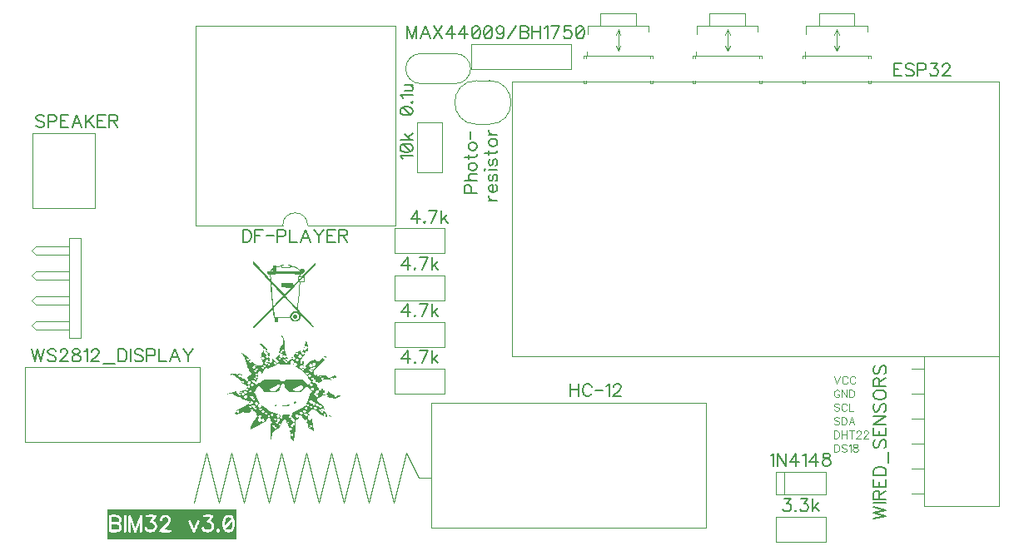
<source format=gbr>
G04 DipTrace 4.2.0.1*
G04 TopSilk.gbr*
%MOMM*%
G04 #@! TF.FileFunction,Legend,Top*
G04 #@! TF.Part,Single*
%ADD10C,0.12*%
%ADD54C,0.19608*%
%ADD55C,0.11765*%
%FSLAX35Y35*%
G04*
G71*
G90*
G75*
G01*
G04 TopSilk*
%LPD*%
X9636727Y5775750D2*
D10*
Y5800777D1*
Y6035723D2*
Y6060750D1*
Y5775750D2*
X9611733D1*
Y5800777D1*
X8976727Y6360763D2*
X9596773D1*
X8936773Y5775750D2*
Y5800777D1*
Y5775750D2*
X8961767D1*
Y5800777D1*
X8936773Y6035723D2*
Y6060750D1*
X9596773Y6360763D2*
Y6308283D1*
X8966783Y6100717D2*
Y6060750D1*
X9596773D2*
X9636727D1*
X8936773D2*
X8976727D1*
Y6278253D2*
Y6360763D1*
X8961767Y6035723D2*
Y6055743D1*
X9611733Y6035723D2*
Y6055743D1*
X8976727Y6060750D2*
X9596773D1*
X9106790Y6490750D2*
X9466710D1*
Y6360763D1*
X9106790Y6485747D2*
Y6360763D1*
X9286750Y6313217D2*
Y6118237D1*
Y6113230D2*
X9261757Y6163280D1*
X9286750Y6113230D2*
X9311743Y6163280D1*
X9286750Y6328230D2*
X9261757Y6273247D1*
X9286750Y6328230D2*
X9311743Y6273247D1*
X5055573Y5775750D2*
X5410867D1*
X5055573Y6080550D2*
X5410867D1*
Y5775750D2*
G03X5410867Y6080550I153J152400D01*
G01*
X5055573D2*
G03X5055573Y5775750I-153J-152400D01*
G01*
X8666423Y1599377D2*
Y1829377D1*
X9176823D1*
X8751220Y1599377D2*
Y1829377D1*
X9176823Y1599377D2*
Y1829377D1*
X8666423Y1599377D2*
X9176823D1*
X3652892Y4333711D2*
X2763892Y4333691D1*
X3906892Y4333716D2*
G03X3652892Y4333711I-127000J-3D01*
G01*
X2763892Y4333691D2*
X2763848Y6365691D1*
X4795848Y6365736D1*
X4795892Y4333736D1*
X3906892Y4333716D1*
X7414227Y5775750D2*
Y5800777D1*
Y6035723D2*
Y6060750D1*
Y5775750D2*
X7389233D1*
Y5800777D1*
X6754227Y6360763D2*
X7374273D1*
X6714273Y5775750D2*
Y5800777D1*
Y5775750D2*
X6739267D1*
Y5800777D1*
X6714273Y6035723D2*
Y6060750D1*
X7374273Y6360763D2*
Y6308283D1*
X6744283Y6100717D2*
Y6060750D1*
X7374273D2*
X7414227D1*
X6714273D2*
X6754227D1*
Y6278253D2*
Y6360763D1*
X6739267Y6035723D2*
Y6055743D1*
X7389233Y6035723D2*
Y6055743D1*
X6754227Y6060750D2*
X7374273D1*
X6884290Y6490750D2*
X7244210D1*
Y6360763D1*
X6884290Y6485747D2*
Y6360763D1*
X7064250Y6313217D2*
Y6118237D1*
Y6113230D2*
X7039257Y6163280D1*
X7064250Y6113230D2*
X7089243Y6163280D1*
X7064250Y6328230D2*
X7039257Y6273247D1*
X7064250Y6328230D2*
X7089243Y6273247D1*
X8525477Y5775750D2*
Y5800777D1*
Y6035723D2*
Y6060750D1*
Y5775750D2*
X8500483D1*
Y5800777D1*
X7865477Y6360763D2*
X8485523D1*
X7825523Y5775750D2*
Y5800777D1*
Y5775750D2*
X7850517D1*
Y5800777D1*
X7825523Y6035723D2*
Y6060750D1*
X8485523Y6360763D2*
Y6308283D1*
X7855533Y6100717D2*
Y6060750D1*
X8485523D2*
X8525477D1*
X7825523D2*
X7865477D1*
Y6278253D2*
Y6360763D1*
X7850517Y6035723D2*
Y6055743D1*
X8500483Y6035723D2*
Y6055743D1*
X7865477Y6060750D2*
X8485523D1*
X7995540Y6490750D2*
X8355460D1*
Y6360763D1*
X7995540Y6485747D2*
Y6360763D1*
X8175500Y6313217D2*
Y6118237D1*
Y6113230D2*
X8150507Y6163280D1*
X8175500Y6113230D2*
X8200493Y6163280D1*
X8175500Y6328230D2*
X8150507Y6273247D1*
X8175500Y6328230D2*
X8200493Y6273247D1*
X5984750Y3000250D2*
X10937750D1*
Y5794250D1*
X5984750D1*
Y3000250D1*
X5159250Y1254000D2*
X7953250D1*
Y2524000D1*
X5159250D1*
Y1254000D1*
Y1762000D2*
X5032250D1*
X4905250Y2016000D1*
X4778250Y1508000D1*
X4651250Y2016000D1*
X4524250Y1508000D1*
X4397250Y2016000D1*
X4270250Y1508000D1*
X4143250Y2016000D1*
X4016250Y1508000D1*
X3889250Y2016000D1*
X3762250Y1508000D1*
X3635250Y2016000D1*
X3508250Y1508000D1*
X3381250Y2016000D1*
X3254250Y1508000D1*
X3127250Y2016000D1*
X3000250Y1508000D1*
X2873250Y2016000D1*
X2746250Y1508000D1*
X1476520Y4206750D2*
Y3190750D1*
X1602900D1*
X1476520Y4206750D2*
X1602900D1*
X1137850Y4122423D2*
X1476520D1*
X1137850D2*
X1095250Y4079750D1*
X1137850Y4037077D1*
X1476520D1*
X1137850Y3868423D2*
X1476520D1*
X1137850D2*
X1095250Y3825750D1*
X1137850Y3783077D1*
X1476520D1*
X1137850Y3614423D2*
X1476520D1*
X1137850D2*
X1095250Y3571750D1*
X1137850Y3529077D1*
X1476520D1*
X1137850Y3360423D2*
X1476520D1*
X1137850D2*
X1095250Y3317750D1*
X1137850Y3275077D1*
X1476520D1*
X1602900Y4206750D2*
Y3190750D1*
X6581957Y5921250D2*
Y6175250D1*
X5565957Y5921250D2*
X6581957D1*
X5565957Y6175250D2*
X6581957D1*
X5565957Y5921250D2*
Y6175250D1*
X5752607Y5806343D2*
X5625607D1*
G03X5625607Y5361843I0J-222250D01*
G01*
X5752607D1*
G03X5752607Y5806343I0J222250D01*
G01*
X4794583Y4302000D2*
X5301670D1*
Y4048000D2*
Y4302000D1*
X4794583Y4048000D2*
X5301670D1*
X4794583D2*
Y4302000D1*
Y3825750D2*
X5301670D1*
Y3571750D2*
Y3825750D1*
X4794583Y3571750D2*
X5301670D1*
X4794583D2*
Y3825750D1*
X4794580Y3349500D2*
X5301667D1*
Y3095500D2*
Y3349500D1*
X4794580Y3095500D2*
X5301667D1*
X4794580D2*
Y3349500D1*
X4794583Y2873250D2*
X5301670D1*
Y2619250D2*
Y2873250D1*
X4794583Y2619250D2*
X5301670D1*
X4794583D2*
Y2873250D1*
X8668083Y1365123D2*
X9175170D1*
Y1111123D2*
Y1365123D1*
X8668083Y1111123D2*
X9175170D1*
X8668083D2*
Y1365123D1*
X5019603Y4876810D2*
Y5383897D1*
X5273603D2*
X5019603D1*
X5273603Y4876810D2*
Y5383897D1*
Y4876810D2*
X5019603D1*
X1746123Y5270373D2*
X1111123D1*
Y4508373D1*
X1746123D1*
Y5270373D1*
X10175750Y3000250D2*
Y1476250D1*
X10937750D1*
Y3000250D1*
X10175750D1*
X10048750Y2873250D2*
X10175750D1*
X10048750Y2619250D2*
X10175750D1*
X10048750Y2365250D2*
X10175750D1*
X10048750Y2111250D2*
X10175750D1*
X10048750Y1857250D2*
X10175750D1*
X10048750Y1603250D2*
X10175750D1*
X1031750Y2889127D2*
Y2127127D1*
X2809750D1*
Y2889127D1*
X1031750D1*
G36*
X2870333Y1213290D2*
X2852333Y1219290D1*
X2844333Y1223290D1*
X2838333Y1229290D1*
Y1231290D1*
X2836333Y1235290D1*
X2832333Y1241290D1*
X2830333Y1247290D1*
X2828333Y1249290D1*
Y1257290D1*
X2830333Y1259290D1*
Y1261290D1*
X2834333Y1263290D1*
X2839000Y1265290D1*
X2843667D1*
X2848333Y1263290D1*
X2852333Y1259290D1*
Y1257290D1*
X2856333Y1251290D1*
X2858333Y1247290D1*
X2864333Y1241290D1*
X2876333Y1237290D1*
X2902333D1*
X2908333Y1239290D1*
X2912333Y1241290D1*
X2926333Y1255290D1*
X2928333Y1261290D1*
Y1287290D1*
X2926333Y1293290D1*
X2914333Y1305290D1*
X2910333Y1307290D1*
X2886333Y1309290D1*
X2882333Y1311290D1*
Y1313290D1*
X2880333Y1315290D1*
Y1323290D1*
X2882333Y1325290D1*
X2888333Y1335290D1*
X2900333Y1351290D1*
X2908333Y1361290D1*
X2910333Y1365290D1*
X2850333Y1367290D1*
X2846333Y1369290D1*
Y1371290D1*
X2844333Y1373290D1*
Y1381290D1*
X2846333Y1383290D1*
Y1385290D1*
X2854333Y1389290D1*
X2881667Y1391290D1*
X2909000D1*
X2936333Y1389290D1*
X2942333Y1387290D1*
X2946333Y1385290D1*
Y1383290D1*
X2948333Y1381290D1*
Y1373290D1*
X2946333Y1371290D1*
X2940333Y1361290D1*
X2928333Y1345290D1*
X2920333Y1335290D1*
X2918333Y1331290D1*
X2928333Y1325290D1*
X2936333Y1321290D1*
X2946333Y1311290D1*
Y1309290D1*
X2950333Y1297290D1*
X2952333Y1289290D1*
X2954333Y1287290D1*
Y1261290D1*
X2952333Y1259290D1*
X2950333Y1251290D1*
X3048333D1*
X3046333Y1261290D1*
X3044333Y1269290D1*
X3042333Y1279290D1*
X3040333Y1287290D1*
X3038333Y1289290D1*
Y1311290D1*
X3040333Y1313290D1*
X3042333Y1321290D1*
X3044333Y1331290D1*
X3046333Y1339290D1*
X3048333Y1349290D1*
X3050333Y1355290D1*
X3054333Y1361290D1*
X3056333Y1365290D1*
X3060333Y1371290D1*
Y1373290D1*
X3066333Y1379290D1*
X3070333Y1381290D1*
X3094333Y1389290D1*
X3099667Y1391290D1*
X3105000D1*
X3110333Y1389290D1*
X3118333Y1387290D1*
X3136333Y1381290D1*
X3140333Y1379290D1*
X3146333Y1373290D1*
Y1371290D1*
X3148333Y1367290D1*
X3152333Y1361290D1*
X3156333Y1353290D1*
X3158333Y1347290D1*
X3160333Y1339290D1*
X3162333Y1329290D1*
X3164333Y1321290D1*
X3166333Y1319290D1*
Y1281290D1*
X3164333Y1279290D1*
X3162333Y1271290D1*
X3160333Y1261290D1*
X3158333Y1253290D1*
X3156333Y1247290D1*
X3152333Y1239290D1*
X3148333Y1233290D1*
X3146333Y1229290D1*
Y1227290D1*
X3140333Y1221290D1*
X3136333Y1219290D1*
X3118333Y1213290D1*
X3180333D1*
Y1445290D1*
X1872333D1*
Y1389290D1*
X1898333D1*
X1921000Y1391290D1*
X1943667D1*
X1966333Y1389290D1*
X2272333D1*
X2299667Y1391290D1*
X2327000D1*
X2354333Y1389290D1*
X2444333D1*
X2454333Y1391290D1*
X2464333D1*
X2474333Y1389290D1*
X2482333Y1387290D1*
X2498333Y1379290D1*
X2508333Y1369290D1*
Y1367290D1*
X2512333Y1359290D1*
X2514333Y1353290D1*
X2516333Y1351290D1*
Y1329290D1*
X2514333Y1327290D1*
X2512333Y1321290D1*
X2508333Y1315290D1*
X2506333Y1311290D1*
X2498333Y1299290D1*
X2496333Y1295290D1*
X2492333Y1289290D1*
X2442333Y1237290D1*
X2512333Y1235290D1*
X2518333Y1233290D1*
X2522333Y1231290D1*
Y1229290D1*
X2524333Y1227290D1*
Y1219290D1*
X2522333Y1217290D1*
Y1215290D1*
X2518333Y1213290D1*
X2480333Y1211290D1*
X2442333D1*
X2404333Y1213290D1*
X2400333Y1215290D1*
Y1217290D1*
X2398333Y1219290D1*
Y1227290D1*
X2400333Y1229290D1*
X2472333Y1305290D1*
X2476333Y1311290D1*
X2478333Y1315290D1*
X2486333Y1327290D1*
X2490333Y1335290D1*
Y1347290D1*
X2488333Y1351290D1*
X2478333Y1361290D1*
X2470333Y1365290D1*
X2450333D1*
X2446333Y1363290D1*
X2440333Y1359290D1*
X2432333Y1351290D1*
X2428333Y1343290D1*
X2426333Y1335290D1*
Y1333290D1*
X2418333Y1329290D1*
X2414333D1*
X2406333Y1333290D1*
Y1335290D1*
X2404333Y1339290D1*
X2402333Y1341290D1*
Y1347290D1*
X2404333Y1349290D1*
X2406333Y1353290D1*
X2408333Y1359290D1*
X2412333Y1367290D1*
Y1369290D1*
X2420333Y1377290D1*
X2432333Y1383290D1*
X2434333Y1385290D1*
X2438333Y1387290D1*
X2444333Y1389290D1*
X2354333D1*
X2360333Y1387290D1*
X2364333Y1385290D1*
Y1383290D1*
X2366333Y1381290D1*
Y1373290D1*
X2364333Y1371290D1*
X2358333Y1361290D1*
X2354333Y1355290D1*
X2342333Y1339290D1*
X2338333Y1333290D1*
Y1331290D1*
X2340333Y1329290D1*
X2356333Y1321290D1*
X2364333Y1313290D1*
Y1309290D1*
X2366333Y1303290D1*
X2368333Y1299290D1*
X2372333Y1287290D1*
X2374333Y1285290D1*
Y1263290D1*
X2372333Y1261290D1*
X2368333Y1249290D1*
X2366333Y1245290D1*
X2364333Y1239290D1*
Y1237290D1*
X2348333Y1221290D1*
X2344333Y1219290D1*
X2326333Y1213290D1*
X2313667Y1211290D1*
X2301000D1*
X2288333Y1213290D1*
X2218333D1*
X2214333Y1211290D1*
X2210333D1*
X2202333Y1215290D1*
Y1217290D1*
X2200333Y1221290D1*
X2198333Y1307290D1*
X2196333Y1301290D1*
X2194333Y1297290D1*
X2190333Y1285290D1*
X2188333Y1281290D1*
X2184333Y1269290D1*
X2182333Y1265290D1*
X2178333Y1253290D1*
X2176333Y1249290D1*
X2172333Y1237290D1*
X2170333Y1233290D1*
X2168333Y1227290D1*
X2166333Y1223290D1*
X2164333Y1217290D1*
Y1215290D1*
X2156333Y1211290D1*
X2152333D1*
X2144333Y1215290D1*
Y1217290D1*
X2142333Y1221290D1*
X2138333Y1233290D1*
X2136333Y1237290D1*
X2132333Y1249290D1*
X2130333Y1253290D1*
X2126333Y1265290D1*
X2124333Y1269290D1*
X2120333Y1281290D1*
X2118333Y1285290D1*
X2114333Y1297290D1*
X2112333Y1301290D1*
X2108333Y1313290D1*
X2106333Y1217290D1*
Y1215290D1*
X2098333Y1211290D1*
X2094333D1*
X2086333Y1215290D1*
Y1217290D1*
X2084333Y1221290D1*
X2082333Y1223290D1*
Y1377290D1*
X2084333Y1379290D1*
X2086333Y1383290D1*
Y1385290D1*
X2094333Y1389290D1*
X2098333D1*
X2106333Y1385290D1*
Y1383290D1*
X2108333Y1377290D1*
X2110333Y1373290D1*
X2112333Y1367290D1*
X2114333Y1363290D1*
X2118333Y1351290D1*
X2120333Y1347290D1*
X2124333Y1335290D1*
X2126333Y1331290D1*
X2130333Y1319290D1*
X2132333Y1315290D1*
X2136333Y1303290D1*
X2138333Y1299290D1*
X2142333Y1287290D1*
X2144333Y1283290D1*
X2148333Y1271290D1*
X2150333Y1267290D1*
X2154333Y1255290D1*
X2158333Y1267290D1*
X2160333Y1271290D1*
X2164333Y1283290D1*
X2166333Y1287290D1*
X2170333Y1299290D1*
X2172333Y1303290D1*
X2176333Y1315290D1*
X2178333Y1319290D1*
X2182333Y1331290D1*
X2184333Y1335290D1*
X2188333Y1347290D1*
X2190333Y1351290D1*
X2194333Y1363290D1*
X2196333Y1367290D1*
X2200333Y1379290D1*
X2202333Y1383290D1*
Y1385290D1*
X2210333Y1389290D1*
X2214333D1*
X2222333Y1385290D1*
Y1383290D1*
X2224333Y1381290D1*
Y1219290D1*
X2218333Y1213290D1*
X2288333D1*
X2270333Y1219290D1*
X2266333Y1221290D1*
X2258333Y1229290D1*
Y1231290D1*
X2256333Y1235290D1*
X2252333Y1241290D1*
X2250333Y1247290D1*
X2248333Y1249290D1*
Y1257290D1*
X2250333Y1259290D1*
Y1261290D1*
X2254333Y1263290D1*
X2259000Y1265290D1*
X2263667D1*
X2268333Y1263290D1*
X2272333Y1259290D1*
Y1257290D1*
X2276333Y1251290D1*
X2278333Y1247290D1*
X2284333Y1241290D1*
X2288333Y1239290D1*
X2294333Y1237290D1*
X2320333D1*
X2326333Y1239290D1*
X2330333Y1241290D1*
X2346333Y1257290D1*
X2348333Y1263290D1*
Y1285290D1*
X2346333Y1291290D1*
X2344333Y1295290D1*
X2336333Y1303290D1*
X2328333Y1307290D1*
X2306333Y1309290D1*
X2302333Y1311290D1*
Y1313290D1*
X2300333Y1315290D1*
Y1323290D1*
X2302333Y1325290D1*
X2308333Y1335290D1*
X2312333Y1341290D1*
X2318333Y1349290D1*
X2322333Y1355290D1*
X2328333Y1363290D1*
Y1365290D1*
X2268333Y1367290D1*
X2264333Y1369290D1*
Y1371290D1*
X2262333Y1373290D1*
Y1381290D1*
X2264333Y1383290D1*
X2272333Y1389290D1*
X1966333D1*
X1974333Y1387290D1*
X2044333D1*
X2048333Y1389290D1*
X2052333D1*
X2060333Y1385290D1*
Y1383290D1*
X2062333Y1381290D1*
Y1219290D1*
X2060333Y1217290D1*
Y1215290D1*
X2052333Y1211290D1*
X2048333D1*
X2040333Y1215290D1*
Y1217290D1*
X2038333Y1221290D1*
X2036333Y1223290D1*
Y1377290D1*
X2038333Y1379290D1*
X2039333Y1381290D1*
X2040425Y1383112D1*
X2042352Y1385247D1*
X2044333Y1387290D1*
X1974333D1*
X1992333Y1381290D1*
X1996333Y1379290D1*
X2006333Y1369290D1*
Y1367290D1*
X2010333Y1359290D1*
X2012333Y1353290D1*
X2014333Y1351290D1*
Y1329290D1*
X2012333Y1327290D1*
X2010333Y1321290D1*
X2006333Y1315290D1*
X2004333Y1311290D1*
X2000333Y1305290D1*
Y1303290D1*
X2004333Y1297290D1*
X2006333Y1293290D1*
X2010333Y1287290D1*
X2012333Y1281290D1*
X2014333Y1279290D1*
Y1249290D1*
X2012333Y1247290D1*
X2010333Y1241290D1*
X2006333Y1235290D1*
X2004333Y1231290D1*
Y1229290D1*
X1996333Y1221290D1*
X1992333Y1219290D1*
X1974333Y1213290D1*
X1947667Y1211290D1*
X1921000D1*
X1894333Y1213290D1*
X1890333Y1215290D1*
Y1217290D1*
X1888333Y1221290D1*
X1886333Y1223290D1*
Y1377290D1*
X1888333Y1379290D1*
X1890333Y1383290D1*
X1898333Y1389290D1*
X1872333D1*
Y1139290D1*
X3180333D1*
Y1213290D1*
X3118333D1*
X3108333Y1211290D1*
X3098333D1*
X3088333Y1213290D1*
X3006333D1*
X3001000Y1211290D1*
X2995667D1*
X2990333Y1213290D1*
X2986333Y1215290D1*
X2980333Y1221290D1*
Y1225290D1*
X2978333Y1227290D1*
Y1235290D1*
X2980333Y1237290D1*
Y1241290D1*
X2986333Y1247290D1*
X2990333Y1249290D1*
X2995667Y1251290D1*
X3001000D1*
X3006333Y1249290D1*
X3014333Y1241290D1*
Y1237290D1*
X3016333Y1235290D1*
Y1227290D1*
X3014333Y1225290D1*
X3006333Y1213290D1*
X3088333D1*
X3070333Y1219290D1*
X3066333Y1221290D1*
X3060333Y1227290D1*
Y1229290D1*
X3056333Y1235290D1*
X3054333Y1239290D1*
X3050333Y1245290D1*
X3048333Y1251290D1*
X2950333D1*
X2946333Y1239290D1*
Y1237290D1*
X2930333Y1221290D1*
X2926333Y1219290D1*
X2908333Y1213290D1*
X2895667Y1211290D1*
X2883000D1*
X2870333Y1213290D1*
X2758333D1*
X2753000Y1211290D1*
X2747667D1*
X2742333Y1213290D1*
X2738333Y1217290D1*
Y1219290D1*
X2736333Y1225290D1*
X2732333Y1233290D1*
X2730333Y1239290D1*
X2726333Y1247290D1*
X2724333Y1253290D1*
X2720333Y1261290D1*
X2718333Y1267290D1*
X2714333Y1275290D1*
X2712333Y1281290D1*
X2708333Y1289290D1*
X2706333Y1295290D1*
X2702333Y1303290D1*
X2700333Y1309290D1*
X2698333Y1313290D1*
X2696333Y1319290D1*
X2694333Y1321290D1*
Y1329290D1*
X2696333Y1331290D1*
Y1333290D1*
X2700333Y1335290D1*
X2705000Y1337290D1*
X2709667D1*
X2714333Y1335290D1*
X2718333Y1331290D1*
Y1329290D1*
X2720333Y1323290D1*
X2724333Y1315290D1*
X2726333Y1309290D1*
X2730333Y1301290D1*
X2732333Y1295290D1*
X2736333Y1287290D1*
X2738333Y1281290D1*
X2742333Y1273290D1*
X2744333Y1267290D1*
X2748333Y1259290D1*
X2750333Y1253290D1*
X2752333Y1259290D1*
X2756333Y1267290D1*
X2758333Y1273290D1*
X2762333Y1281290D1*
X2764333Y1287290D1*
X2768333Y1295290D1*
X2770333Y1301290D1*
X2774333Y1309290D1*
X2776333Y1315290D1*
X2780333Y1323290D1*
X2782333Y1329290D1*
Y1331290D1*
X2786333Y1335290D1*
X2791000Y1337290D1*
X2795667D1*
X2800333Y1335290D1*
X2804333Y1333290D1*
Y1331290D1*
X2806333Y1329290D1*
Y1321290D1*
X2804333Y1319290D1*
X2802333Y1313290D1*
X2800333Y1309290D1*
X2798333Y1303290D1*
X2794333Y1295290D1*
X2792333Y1289290D1*
X2788333Y1281290D1*
X2786333Y1275290D1*
X2782333Y1267290D1*
X2780333Y1261290D1*
X2776333Y1253290D1*
X2774333Y1247290D1*
X2770333Y1239290D1*
X2768333Y1233290D1*
X2764333Y1225290D1*
X2762333Y1219290D1*
X2758333Y1213290D1*
X2870333D1*
G37*
G36*
X1912333Y1365290D2*
Y1317290D1*
X1968333D1*
X1974333Y1319290D1*
X1978333Y1321290D1*
X1984333Y1327290D1*
X1988333Y1335290D1*
Y1347290D1*
X1986333Y1351290D1*
X1978333Y1359290D1*
X1974333Y1361290D1*
X1962333Y1365290D1*
X1912333D1*
G37*
G36*
X3100333D2*
X3088333Y1361290D1*
X3084333Y1359290D1*
X3080333Y1355290D1*
X3076333Y1349290D1*
X3070333Y1337290D1*
X3068333Y1329290D1*
X3066333Y1319290D1*
X3064333Y1311290D1*
Y1289290D1*
X3066333Y1281290D1*
X3068333D1*
X3072333Y1285290D1*
X3092333Y1307290D1*
X3114333Y1331290D1*
X3128333Y1347290D1*
Y1351290D1*
X3126333Y1355290D1*
X3122333Y1359290D1*
X3118333Y1361290D1*
X3106333Y1365290D1*
X3100333D1*
G37*
G36*
X3138333Y1319290D2*
X3134333Y1315290D1*
X3112333Y1291290D1*
X3092333Y1269290D1*
X3076333Y1251290D1*
X3080333Y1245290D1*
X3084333Y1241290D1*
X3088333Y1239290D1*
X3094333Y1237290D1*
X3112333D1*
X3118333Y1239290D1*
X3122333Y1241290D1*
X3126333Y1245290D1*
X3128333Y1249290D1*
X3132333Y1255290D1*
X3136333Y1263290D1*
X3138333Y1273290D1*
X3140333Y1281290D1*
Y1319290D1*
X3138333D1*
G37*
G36*
X1912333Y1291290D2*
Y1237290D1*
X1968333D1*
X1974333Y1239290D1*
X1978333Y1241290D1*
X1984333Y1247290D1*
X1988333Y1255290D1*
Y1273290D1*
X1984333Y1281290D1*
X1978333Y1287290D1*
X1964333Y1291290D1*
X1912333D1*
G37*
G36*
X3538682Y3885881D2*
X3532770Y3879971D1*
X3526858Y3871106D1*
X3525887Y3867521D1*
X3523902Y3865196D1*
X3491387Y3862240D1*
Y3838600D1*
X3520946Y3835645D1*
X3523902Y3832690D1*
Y3812004D1*
X3526858Y3809049D1*
Y3788363D1*
X3523724Y3785154D1*
X3522194Y3785634D1*
X3520946Y3788363D1*
X3503211Y3809049D1*
X3420443Y3897701D1*
X3382016Y3939073D1*
X3352456Y3968623D1*
Y3944983D1*
X3429311Y3862240D1*
X3470695Y3817914D1*
X3503211Y3785408D1*
X3535726D1*
Y3794274D1*
X3532770Y3826780D1*
X3529265Y3830102D1*
X3530178Y3832075D1*
X3532770Y3835645D1*
X3631303Y3838600D1*
X3729835D1*
X3828367Y3835645D1*
Y3820869D1*
X3810632Y3817914D1*
Y3776543D1*
X3801764Y3767678D1*
X3763336Y3726307D1*
X3760202Y3723097D1*
X3758671Y3723577D1*
X3757424Y3726307D1*
Y3744037D1*
X3642141D1*
Y3702666D1*
X3736732Y3699711D1*
X3724908Y3687891D1*
X3671701Y3631744D1*
X3668567Y3628535D1*
X3667036Y3629015D1*
X3665789Y3631744D1*
X3662833Y3637654D1*
X3580066Y3726307D1*
X3541638Y3767678D1*
X3535726Y3785408D1*
X3503211D1*
X3512078Y3773588D1*
X3529814Y3755858D1*
Y3741082D1*
X3538682D1*
X3540890Y3742980D1*
X3542422Y3742807D1*
X3544594Y3741082D1*
X3553462Y3729262D1*
X3591890Y3687891D1*
X3633273Y3643565D1*
X3656921Y3619924D1*
Y3616969D1*
X3651009Y3611059D1*
X3580066Y3537182D1*
Y3534227D1*
X3562330Y3516496D1*
X3557997Y3516796D1*
X3556418Y3519451D1*
Y3551957D1*
X3550506Y3622879D1*
X3544594Y3687891D1*
X3541638Y3723352D1*
X3538682Y3741082D1*
X3529814D1*
X3532770Y3708576D1*
X3541638Y3602193D1*
X3547550Y3537182D1*
X3550506Y3516496D1*
X3583022D1*
X3624405Y3557867D1*
Y3560822D1*
X3668745Y3605149D1*
X3671442Y3604019D1*
X3674019Y3601140D1*
X3674657Y3599238D1*
X3713085Y3557867D1*
X3795852Y3469215D1*
X3798808Y3466260D1*
Y3460350D1*
X3795674Y3457140D1*
X3794143Y3457620D1*
X3792896Y3460350D1*
X3769248D1*
X3760380Y3457395D1*
X3754468Y3454440D1*
X3733776Y3433754D1*
X3730820Y3427844D1*
X3727864Y3418979D1*
Y3404203D1*
X3674657Y3401248D1*
X3621449D1*
X3568242Y3404203D1*
Y3413068D1*
X3562330Y3483990D1*
X3559374Y3486945D1*
Y3492856D1*
X3583022Y3516496D1*
X3550506D1*
Y3504676D1*
X3503211Y3457395D1*
X3426355Y3377607D1*
X3355412Y3303730D1*
X3349500Y3294865D1*
X3358368Y3286000D1*
X3361324D1*
X3393840Y3318506D1*
X3547550Y3478080D1*
X3548033Y3480366D1*
X3549846Y3482788D1*
X3551303Y3482718D1*
X3553462Y3481035D1*
Y3466260D1*
X3556418Y3430799D1*
X3559374Y3401248D1*
X3742644D1*
X3745600Y3418979D1*
X3748556Y3424889D1*
Y3427844D1*
X3757424Y3436709D1*
X3769248Y3442619D1*
X3777131Y3445574D1*
X3785013D1*
X3792896Y3442619D1*
X3804720Y3436709D1*
X3813588Y3427844D1*
Y3424889D1*
X3816544Y3418979D1*
X3819500Y3416023D1*
Y3395338D1*
X3816544Y3392383D1*
Y3389428D1*
X3801764Y3374652D1*
X3795852Y3371697D1*
X3785999Y3368742D1*
X3776145D1*
X3766292Y3371697D1*
X3760380Y3374652D1*
X3745600Y3389428D1*
Y3392383D1*
X3742644Y3401248D1*
X3559374D1*
Y3398293D1*
X3562330Y3392383D1*
X3568242Y3389428D1*
Y3348057D1*
X3606670D1*
Y3389428D1*
X3648053Y3392383D1*
X3689437D1*
X3730820Y3389428D1*
Y3386473D1*
X3733776Y3380563D1*
X3739688Y3371697D1*
X3745600Y3365787D1*
X3754468Y3359877D1*
X3766292Y3353967D1*
X3795852D1*
X3813588Y3362832D1*
X3822456Y3371697D1*
X3828367Y3380563D1*
X3831323Y3386473D1*
X3834279Y3395338D1*
Y3418979D1*
X3831323Y3421934D1*
Y3427844D1*
X3833531Y3429742D1*
X3835026Y3429494D1*
X3836708Y3427050D1*
X3837235Y3424889D1*
X3875663Y3383518D1*
X3958430Y3294865D1*
X3970254Y3306686D1*
X3943650Y3336236D1*
X3860883Y3424889D1*
X3854971Y3430799D1*
X3834279D1*
X3831145Y3427589D1*
X3829618Y3428063D1*
X3827028Y3432351D1*
X3830428Y3433071D1*
X3832087Y3432633D1*
X3834279Y3430799D1*
X3854971D1*
X3831323Y3454440D1*
X3810632D1*
X3807497Y3451230D1*
X3805970Y3451704D1*
X3803380Y3455992D1*
X3806780Y3456711D1*
X3808439Y3456274D1*
X3810632Y3454440D1*
X3831323D1*
X3825412Y3463305D1*
X3807676Y3481035D1*
Y3492856D1*
X3801764D1*
X3798630Y3489646D1*
X3797099Y3490126D1*
X3795852Y3492856D1*
X3784028Y3507631D1*
X3701261Y3596283D1*
X3680569Y3616969D1*
X3698305Y3634699D1*
X3778116Y3717442D1*
Y3720397D1*
X3810632Y3752903D1*
X3814573Y3755858D1*
X3818514D1*
X3822456Y3752903D1*
Y3729262D1*
X3819500Y3726307D1*
X3816544Y3690846D1*
X3813588Y3661295D1*
X3804720Y3554912D1*
X3801764Y3525361D1*
Y3492856D1*
X3807676D1*
X3810632Y3504676D1*
X3816544Y3575598D1*
X3822456Y3640610D1*
X3828367Y3711531D1*
X3831323Y3744037D1*
Y3752903D1*
X3875663Y3755858D1*
Y3764723D1*
X3866795D1*
X3852015Y3761768D1*
X3837235D1*
X3822456Y3764723D1*
X3852015Y3794274D1*
X3860883Y3806094D1*
X3863091Y3807992D1*
X3864622Y3807819D1*
X3866795Y3806094D1*
Y3764723D1*
X3875663D1*
Y3809049D1*
X3843147D1*
X3825412Y3791319D1*
X3822277Y3788109D1*
X3820747Y3788589D1*
X3819500Y3791319D1*
Y3809049D1*
X3827382Y3812004D1*
X3835265D1*
X3843147Y3809049D1*
X3875663D1*
Y3820869D1*
X3925915Y3871106D1*
X3987990Y3936117D1*
Y3959758D1*
X3952518Y3924297D1*
X3878619Y3847465D1*
Y3844510D1*
X3854971Y3820869D1*
X3849059Y3817914D1*
X3843147D1*
X3837235Y3820869D1*
Y3835645D1*
X3854971Y3838600D1*
X3872707Y3856330D1*
X3875663Y3862240D1*
Y3865196D1*
X3828367D1*
X3747571Y3862240D1*
X3666774D1*
X3585978Y3865196D1*
Y3903612D1*
X3591890Y3906567D1*
X3606670Y3909522D1*
X3633273Y3912477D1*
X3636437Y3914241D1*
X3639004Y3914052D1*
X3642141Y3912477D1*
Y3900657D1*
X3736732D1*
Y3909522D1*
X3742644Y3912477D1*
X3748556D1*
X3754468Y3909522D1*
X3769248Y3906567D1*
X3781072Y3903612D1*
X3789940Y3900657D1*
X3801764Y3894746D1*
X3822456Y3874061D1*
Y3871106D1*
X3828367Y3865196D1*
X3875663D1*
Y3879971D1*
X3872707Y3885881D1*
X3866795Y3891791D1*
X3860883Y3894746D1*
X3843147D1*
X3837235Y3891791D1*
X3834279Y3888836D1*
X3832789Y3885873D1*
X3831073Y3882787D1*
X3828185Y3879709D1*
X3826663Y3880196D1*
X3825412Y3882926D1*
X3804720Y3903612D1*
X3792896Y3909522D1*
X3784028Y3912477D1*
X3727864D1*
Y3909522D1*
X3702246Y3906567D1*
X3676628D1*
X3651009Y3909522D1*
Y3927252D1*
X3676628Y3930207D1*
X3702246D1*
X3727864Y3927252D1*
Y3912477D1*
X3784028D1*
X3775160Y3915432D1*
X3760380Y3918387D1*
X3739688Y3921342D1*
X3736732Y3924297D1*
Y3936117D1*
X3642141D1*
Y3924297D1*
X3600758Y3918387D1*
X3595831Y3915432D1*
X3590904D1*
X3585978Y3918387D1*
Y3924297D1*
X3553462D1*
Y3900657D1*
X3550506Y3897701D1*
X3544594Y3894746D1*
X3541638Y3891791D1*
X3538682Y3885881D1*
X3547550D1*
X3549758Y3887779D1*
X3551289Y3887606D1*
X3553462Y3885881D1*
Y3865196D1*
X3546565Y3862240D1*
X3539667D1*
X3532770Y3865196D1*
X3535726Y3868151D1*
X3544594Y3879971D1*
X3547550Y3885881D1*
X3538682D1*
G37*
G36*
X3778116Y3427844D2*
X3766292Y3421934D1*
X3760380Y3410113D1*
Y3401248D1*
X3763336Y3395338D1*
X3769248Y3389428D1*
X3775160Y3386473D1*
X3786984D1*
X3792896Y3389428D1*
X3798808Y3395338D1*
X3801764Y3401248D1*
Y3410113D1*
X3795852Y3421934D1*
X3784028Y3427844D1*
X3778116D1*
G37*
G36*
X3783909Y2969050D2*
X3795687Y2979266D1*
X3803860Y2978337D1*
X3815453Y2969050D1*
X3831225D1*
X3846997Y2984958D1*
X3783909D1*
X3767185Y2967681D1*
X3759034Y2970232D1*
X3745215Y2993316D1*
X3763359Y2997188D1*
X3772210Y2994832D1*
X3783909Y2984958D1*
X3846997D1*
X3862769Y3000866D1*
X3846997D1*
X3830274Y2983589D1*
X3822145Y2986139D1*
X3811888Y3003843D1*
X3816999Y3014423D1*
X3827550Y3026454D1*
X3835263Y3025512D1*
X3844185Y3012498D1*
X3846997Y3000866D1*
X3862769D1*
X3878541Y3016774D1*
Y3032682D1*
X3861818Y3015404D1*
X3853667Y3017956D1*
X3839848Y3041040D1*
X3857992Y3044912D1*
X3866843Y3042556D1*
X3878541Y3032682D1*
X3881117Y3044985D1*
X3890792Y3058025D1*
X3898510Y3057554D1*
X3909213Y3048234D1*
X3910086Y3080406D1*
X3894313D1*
X3877590Y3063128D1*
X3869439Y3065680D1*
X3855620Y3088764D1*
X3873764Y3092636D1*
X3882615Y3090280D1*
X3894313Y3080406D1*
X3910086D1*
Y3096314D1*
X3893362Y3079036D1*
X3885211Y3081588D1*
X3871392Y3104672D1*
X3889536Y3108544D1*
X3898387Y3106188D1*
X3910086Y3096314D1*
Y3112221D1*
X3894313Y3159945D1*
X3878541Y3112221D1*
X3862769Y3080406D1*
X3858765Y3061638D1*
X3846076Y3047123D1*
X3837908Y3049802D1*
X3831225Y3064498D1*
X3799681Y3048590D1*
X3776483Y3035359D1*
X3794984Y3044169D1*
X3803341Y3041613D1*
X3808494Y3025482D1*
X3799346Y3015420D1*
X3790328Y3018053D1*
X3783909Y3032682D1*
X3768136Y3016774D1*
Y3000866D1*
X3736592Y2969050D1*
X3720820D1*
X3689276Y3000866D1*
X3672553Y2983589D1*
X3664402Y2986140D1*
X3650582Y3009224D1*
X3668726Y3013096D1*
X3677578Y3010740D1*
X3689276Y3000866D1*
Y3016774D1*
X3673504Y3064498D1*
Y3144037D1*
X3657732Y3207669D1*
X3641960Y3223577D1*
Y3207669D1*
X3657732Y3191761D1*
Y3128129D1*
X3641960Y3112221D1*
X3626187Y3080406D1*
Y3064498D1*
X3641960D1*
X3653738Y3074714D1*
X3661528Y3073088D1*
X3666588Y3057320D1*
X3657397Y3047238D1*
X3648377Y3049869D1*
X3641960Y3064498D1*
X3626187D1*
X3610415Y3048590D1*
X3626187D1*
X3637966Y3058806D1*
X3645756Y3057180D1*
X3650816Y3041412D1*
X3641625Y3031330D1*
X3632605Y3033961D1*
X3626187Y3048590D1*
X3610415D1*
Y3032682D1*
X3622194Y3042898D1*
X3629984Y3041272D1*
X3635043Y3025504D1*
X3625853Y3015422D1*
X3616833Y3018053D1*
X3610415Y3032682D1*
Y3016774D1*
X3626187D1*
X3637966Y3026990D1*
X3645944Y3025657D1*
X3654459Y3011986D1*
X3653390Y2997491D1*
X3641091Y2983503D1*
X3632886Y2986143D1*
X3622748Y3003655D1*
X3626187Y3016774D1*
X3610415D1*
X3578871Y2984958D1*
X3610415D1*
X3622194Y2995174D1*
X3629984Y2993549D1*
X3635043Y2977781D1*
X3625853Y2967698D1*
X3616833Y2970329D1*
X3610415Y2984958D1*
X3578871D1*
X3562148Y2967681D1*
X3553981Y2970264D1*
X3547327Y2984958D1*
Y2969050D1*
X3563099D1*
X3574878Y2979266D1*
X3583051Y2978337D1*
X3594643Y2969050D1*
X3657732D1*
X3669510Y2979266D1*
X3677300Y2977641D1*
X3682360Y2961873D1*
X3673169Y2951790D1*
X3664149Y2954421D1*
X3657732Y2969050D1*
X3594643D1*
X3577920Y2951773D1*
X3569753Y2954356D1*
X3563099Y2969050D1*
X3547327D1*
Y2953143D1*
X3578871D1*
X3590650Y2963359D1*
X3598823Y2962430D1*
X3610415Y2953143D1*
X3673504D1*
X3685282Y2963359D1*
X3693072Y2961733D1*
X3698132Y2945965D1*
X3688942Y2935882D1*
X3679921Y2938514D1*
X3673504Y2953143D1*
X3610415D1*
X3593692Y2935865D1*
X3585525Y2938448D1*
X3578871Y2953143D1*
X3547327D1*
X3530604Y2935865D1*
X3522437Y2938448D1*
X3515783Y2953143D1*
X3499059Y2935865D1*
X3490930Y2938415D1*
X3480674Y2956119D1*
X3485784Y2966699D1*
X3496336Y2978730D1*
X3504241Y2978177D1*
X3507897Y2969050D1*
Y2953143D1*
X3523669D1*
Y2984958D1*
X3468466D1*
X3451743Y2967681D1*
X3443592Y2970232D1*
X3429773Y2993316D1*
X3447917Y2997188D1*
X3456768Y2994832D1*
X3468466Y2984958D1*
X3515783D1*
Y3000866D1*
X3499059Y2983589D1*
X3490930Y2986139D1*
X3480674Y3003843D1*
X3485784Y3014423D1*
X3496336Y3026454D1*
X3504241Y3025900D1*
X3507897Y3016774D1*
Y3000866D1*
X3523669D1*
Y3032682D1*
X3500010D1*
X3483287Y3015404D1*
X3475136Y3017956D1*
X3461317Y3041040D1*
X3479461Y3044912D1*
X3488312Y3042556D1*
X3500010Y3032682D1*
X3515783D1*
X3484238Y3064498D1*
X3467515Y3047220D1*
X3459386Y3049770D1*
X3449130Y3067474D1*
X3454240Y3078054D1*
X3464791Y3090086D1*
X3472696Y3089532D1*
X3476352Y3080406D1*
Y3064498D1*
X3492124D1*
Y3080406D1*
X3436922Y3128129D1*
X3421150D1*
X3452694Y3096314D1*
Y3048590D1*
X3436922Y3032682D1*
Y2984958D1*
X3452694Y2937235D1*
X3468466D1*
X3480245Y2947451D1*
X3488418Y2946522D1*
X3500010Y2937235D1*
X3563099D1*
X3574878Y2947451D1*
X3582667Y2945825D1*
X3587727Y2930057D1*
X3578537Y2919975D1*
X3569517Y2922606D1*
X3563099Y2937235D1*
X3500010D1*
X3483287Y2919957D1*
X3475121Y2922540D1*
X3468466Y2937235D1*
X3452694D1*
Y2921327D1*
X3500010D1*
X3511789Y2931543D1*
X3519579Y2929917D1*
X3524639Y2914149D1*
X3515448Y2904067D1*
X3506428Y2906698D1*
X3500010Y2921327D1*
X3452694D1*
X3426407Y2905419D1*
X3400121D1*
X3373834Y2921327D1*
X3342289Y2953143D1*
X3325566Y2935865D1*
X3317415Y2938417D1*
X3303596Y2961501D1*
X3321740Y2965372D1*
X3330514Y2962865D1*
X3341179Y2952691D1*
X3326517Y2969050D1*
X3309794Y2951773D1*
X3301643Y2954324D1*
X3287823Y2977408D1*
X3305968Y2981280D1*
X3314819Y2978924D1*
X3326517Y2969050D1*
X3294973Y3000866D1*
X3231885Y3032682D1*
X3263429Y2984958D1*
X3279201Y2953143D1*
X3294973Y2905419D1*
X3358061D1*
X3369840Y2915635D1*
X3378013Y2914706D1*
X3389606Y2905419D1*
X3452694D1*
X3464473Y2915635D1*
X3472263Y2914009D1*
X3477322Y2898241D1*
X3468132Y2888159D1*
X3459112Y2890790D1*
X3452694Y2905419D1*
X3389606D1*
X3372882Y2888141D1*
X3364716Y2890725D1*
X3358061Y2905419D1*
X3294973D1*
Y2889511D1*
X3342289D1*
X3354068Y2899727D1*
X3362241Y2898798D1*
X3373834Y2889511D1*
X3436922D1*
X3448701Y2899727D1*
X3456490Y2898101D1*
X3461550Y2882333D1*
X3452360Y2872251D1*
X3443340Y2874882D1*
X3436922Y2889511D1*
X3373834D1*
X3357110Y2872233D1*
X3348944Y2874817D1*
X3342289Y2889511D1*
X3294973D1*
X3310745Y2873603D1*
X3373834D1*
X3385612Y2883819D1*
X3393402Y2882193D1*
X3398462Y2866425D1*
X3389271Y2856343D1*
X3380251Y2858974D1*
X3373834Y2873603D1*
X3310745D1*
Y2857695D1*
X3358061D1*
X3369840Y2867911D1*
X3377630Y2866285D1*
X3382690Y2850518D1*
X3373499Y2840435D1*
X3364479Y2843066D1*
X3358061Y2857695D1*
X3310745D1*
X3326517Y2841787D1*
X3405378D1*
X3417156Y2852003D1*
X3425134Y2850670D1*
X3434110Y2837516D1*
X3436922Y2825879D1*
X3452694Y2841787D1*
X3460642Y2857592D1*
X3469184Y2872284D1*
X3480381Y2883560D1*
X3488438Y2882817D1*
X3500010Y2873603D1*
X3594643Y2921327D1*
X3606422Y2931543D1*
X3614595Y2930614D1*
X3626187Y2921327D1*
X3736592D1*
Y2953143D1*
X3748371Y2963359D1*
X3756544Y2962430D1*
X3768136Y2953143D1*
Y2905419D1*
X3831225D1*
X3843004Y2915635D1*
X3850981Y2914302D1*
X3859496Y2900631D1*
X3858427Y2886135D1*
X3846128Y2872147D1*
X3837923Y2874788D1*
X3827785Y2892300D1*
X3831225Y2905419D1*
X3768136D1*
X3815453Y2873603D1*
X3846997D1*
X3858776Y2883819D1*
X3866566Y2882193D1*
X3871625Y2866425D1*
X3862435Y2856343D1*
X3853415Y2858974D1*
X3846997Y2873603D1*
X3815453D1*
X3846997Y2857695D1*
X3910086Y2794064D1*
Y2778156D1*
X3941630D1*
X3953408Y2788372D1*
X3961198Y2786746D1*
X3966258Y2770978D1*
X3957068Y2760896D1*
X3948047Y2763527D1*
X3941630Y2778156D1*
X3910086D1*
X3941630Y2746340D1*
X3935890Y2726780D1*
X3919106Y2713231D1*
X3904832Y2715774D1*
X3894313Y2730432D1*
X3405378D1*
X3388655Y2713154D1*
X3380504Y2715706D1*
X3366684Y2738790D1*
X3384828Y2742662D1*
X3393680Y2740306D1*
X3405378Y2730432D1*
X3894313D1*
X3846997Y2762248D1*
X3689276D1*
X3662989Y2746340D1*
X3636703D1*
X3610415Y2762248D1*
X3468466D1*
X3436922Y2746340D1*
X3417691Y2729738D1*
X3399455Y2731795D1*
X3389606Y2746340D1*
X3373834D1*
X3357110Y2729062D1*
X3348959Y2731614D1*
X3335140Y2754698D1*
X3353284Y2758570D1*
X3362135Y2756214D1*
X3373834Y2746340D1*
X3389606D1*
X3405378Y2778156D1*
Y2841787D1*
X3326517D1*
X3342289Y2825879D1*
X3373834D1*
X3385612Y2836095D1*
X3393402Y2834470D1*
X3398462Y2818702D1*
X3389271Y2808619D1*
X3380251Y2811250D1*
X3373834Y2825879D1*
X3342289D1*
X3294973Y2794064D1*
X3373834D1*
X3385612Y2804280D1*
X3393402Y2802654D1*
X3398462Y2786886D1*
X3389271Y2776804D1*
X3380251Y2779435D1*
X3373834Y2794064D1*
X3294973D1*
Y2778156D1*
X3358061D1*
X3369840Y2788372D1*
X3377630Y2786746D1*
X3382690Y2770978D1*
X3373499Y2760896D1*
X3364479Y2763527D1*
X3358061Y2778156D1*
X3294973D1*
X3278250Y2760878D1*
X3270121Y2763428D1*
X3259992Y2780943D1*
X3263429Y2794064D1*
X3246706Y2776786D1*
X3238555Y2779338D1*
X3224735Y2802422D1*
X3242879Y2806294D1*
X3251653Y2803786D1*
X3262318Y2793612D1*
X3247657Y2809971D1*
X3231885D1*
X3215161Y2792694D1*
X3207010Y2795246D1*
X3193191Y2818329D1*
X3211335Y2822201D1*
X3220186Y2819845D1*
X3231885Y2809971D1*
X3247657D1*
X3216112Y2825879D1*
X3199389Y2808602D1*
X3191222Y2811185D1*
X3184568Y2825879D1*
X3121480D1*
Y2809971D1*
X3133258Y2820188D1*
X3141431Y2819258D1*
X3153024Y2809971D1*
X3216112Y2762248D1*
X3279201D1*
X3290979Y2772464D1*
X3298769Y2770838D1*
X3303829Y2755070D1*
X3294639Y2744988D1*
X3285619Y2747619D1*
X3279201Y2762248D1*
X3216112D1*
X3231885Y2746340D1*
X3243663Y2756556D1*
X3251453Y2754930D1*
X3256513Y2739162D1*
X3247322Y2729080D1*
X3238302Y2731711D1*
X3231885Y2746340D1*
Y2730432D1*
X3294973D1*
X3297549Y2742735D1*
X3307223Y2755775D1*
X3314806Y2755021D1*
X3323249Y2741550D1*
X3322177Y2727058D1*
X3309876Y2713069D1*
X3301634Y2715743D1*
X3294973Y2730432D1*
X3231885D1*
X3263429Y2714524D1*
X3326517D1*
X3338296Y2724740D1*
X3346469Y2723811D1*
X3358061Y2714524D1*
X3594643D1*
X3606422Y2724740D1*
X3614399Y2723407D1*
X3623375Y2710253D1*
X3626187Y2698616D1*
X3594643Y2666800D1*
X3568356Y2650893D1*
X3542070D1*
X3515783Y2666800D1*
X3578871Y2698616D1*
X3594643Y2714524D1*
X3358061D1*
X3341338Y2697247D1*
X3333171Y2699830D1*
X3326517Y2714524D1*
X3263429D1*
X3294973Y2698616D1*
X3306752Y2708832D1*
X3314541Y2707206D1*
X3319601Y2691439D1*
X3310411Y2681356D1*
X3301391Y2683987D1*
X3294973Y2698616D1*
Y2682708D1*
X3389606D1*
X3406458Y2693328D1*
X3421150Y2698616D1*
X3452694Y2666800D1*
Y2650893D1*
X3468466Y2634985D1*
X3578871D1*
X3610415Y2650893D1*
X3626187Y2666800D1*
X3641960Y2714524D1*
X3653738Y2724740D1*
X3661911Y2723811D1*
X3673504Y2714524D1*
Y2682708D1*
X3720820Y2634985D1*
X3831225D1*
X3894313Y2698616D1*
X3908702Y2692533D1*
X3922456Y2677037D1*
X3925858Y2666800D1*
X3957402Y2650893D1*
X3925858Y2619077D1*
X3973174D1*
X3984953Y2629293D1*
X3992742Y2627667D1*
X3997802Y2611899D1*
X3988612Y2601817D1*
X3979592Y2604448D1*
X3973174Y2619077D1*
X3925858D1*
Y2603169D1*
X3988946D1*
X4000725Y2613385D1*
X4008515Y2611759D1*
X4013574Y2595991D1*
X4004384Y2585909D1*
X3995364Y2588540D1*
X3988946Y2603169D1*
X3925858D1*
X3910086Y2555445D1*
X3894313Y2523629D1*
Y2507722D1*
X3906092Y2517938D1*
X3913882Y2516312D1*
X3918942Y2500544D1*
X3909751Y2490461D1*
X3900731Y2493093D1*
X3894313Y2507722D1*
X3878541Y2491814D1*
X3925858D1*
X3937636Y2502030D1*
X3945426Y2500404D1*
X3950486Y2484636D1*
X3941295Y2474554D1*
X3932275Y2477185D1*
X3925858Y2491814D1*
X3878541D1*
X3846997Y2475906D1*
X3878541D1*
X3890320Y2486122D1*
X3898110Y2484496D1*
X3903169Y2468728D1*
X3893979Y2458646D1*
X3884959Y2461277D1*
X3878541Y2475906D1*
X3846997D1*
X3752364Y2428182D1*
X3748360Y2409414D1*
X3735671Y2394900D1*
X3727503Y2397578D1*
X3720820Y2412274D1*
X3657732D1*
X3641008Y2394997D1*
X3632842Y2397580D1*
X3626187Y2412274D1*
X3515783Y2444090D1*
X3468466D1*
X3451743Y2426812D1*
X3443592Y2429364D1*
X3429773Y2452448D1*
X3447917Y2456320D1*
X3456768Y2453964D1*
X3468466Y2444090D1*
X3515783D1*
X3500010Y2459998D1*
X3452694D1*
X3435971Y2442720D1*
X3427820Y2445272D1*
X3414000Y2468356D1*
X3432145Y2472228D1*
X3440996Y2469872D1*
X3452694Y2459998D1*
X3500010D1*
X3452694Y2491814D1*
X3421150Y2523629D1*
X3405378D1*
X3388655Y2506352D1*
X3380504Y2508903D1*
X3366684Y2531987D1*
X3384828Y2535859D1*
X3393680Y2533503D1*
X3405378Y2523629D1*
X3421150D1*
X3389606Y2587261D1*
X3358061D1*
X3341338Y2569983D1*
X3333187Y2572535D1*
X3319368Y2595619D1*
X3337512Y2599491D1*
X3346363Y2597135D1*
X3358061Y2587261D1*
X3389606D1*
X3373834Y2619077D1*
X3263429D1*
X3246706Y2601799D1*
X3238555Y2604351D1*
X3224735Y2627435D1*
X3242879Y2631307D1*
X3251731Y2628951D1*
X3263429Y2619077D1*
X3373834D1*
X3358061Y2634985D1*
X3294973D1*
X3278250Y2617707D1*
X3270099Y2620259D1*
X3256279Y2643343D1*
X3274423Y2647215D1*
X3283275Y2644859D1*
X3294973Y2634985D1*
X3358061D1*
X3373834Y2650893D1*
X3389606Y2682708D1*
X3294973D1*
X3271775Y2669478D1*
X3290276Y2678288D1*
X3298634Y2675731D1*
X3303786Y2659601D1*
X3294639Y2649539D1*
X3285620Y2652172D1*
X3279201Y2666800D1*
X3231885Y2650893D1*
X3310745D1*
X3322524Y2661109D1*
X3330314Y2659483D1*
X3335373Y2643715D1*
X3326183Y2633632D1*
X3317163Y2636264D1*
X3310745Y2650893D1*
X3231885D1*
X3208687Y2637662D1*
X3227188Y2646472D1*
X3235545Y2643915D1*
X3240698Y2627785D1*
X3231550Y2617723D1*
X3222532Y2620356D1*
X3216112Y2634985D1*
X3199389Y2617707D1*
X3191260Y2620257D1*
X3181131Y2637772D1*
X3184568Y2650893D1*
X3089935Y2619077D1*
X3200340D1*
X3212119Y2629293D1*
X3219909Y2627667D1*
X3224968Y2611899D1*
X3215778Y2601817D1*
X3206758Y2604448D1*
X3200340Y2619077D1*
X3089935D1*
X3074163Y2603169D1*
X3105708Y2619077D1*
X3137252D1*
X3168796Y2603169D1*
X3263429D1*
X3275207Y2613385D1*
X3283185Y2612052D1*
X3291700Y2598381D1*
X3290631Y2583885D1*
X3278332Y2569898D1*
X3270127Y2572538D1*
X3259989Y2590050D1*
X3263429Y2603169D1*
X3168796D1*
X3200340Y2587261D1*
X3212119Y2597477D1*
X3220096Y2596144D1*
X3229072Y2582990D1*
X3231885Y2571353D1*
X3342289D1*
X3354068Y2581569D1*
X3361858Y2579943D1*
X3366917Y2564175D1*
X3357727Y2554093D1*
X3348707Y2556724D1*
X3342289Y2571353D1*
X3231885D1*
X3326517Y2539537D1*
X3338296Y2549753D1*
X3346086Y2548128D1*
X3351145Y2532360D1*
X3341955Y2522277D1*
X3332935Y2524908D1*
X3326517Y2539537D1*
X3303320Y2526307D1*
X3321820Y2535117D1*
X3330178Y2532560D1*
X3335331Y2516429D1*
X3326183Y2506368D1*
X3317164Y2509001D1*
X3310745Y2523629D1*
X3294973Y2507722D1*
X3405378D1*
X3417156Y2517938D1*
X3425134Y2516604D1*
X3433649Y2502933D1*
X3432580Y2488438D1*
X3420281Y2474450D1*
X3412038Y2477124D1*
X3405378Y2491814D1*
X3373834D1*
X3357110Y2474536D1*
X3348959Y2477088D1*
X3335140Y2500172D1*
X3353284Y2504044D1*
X3362135Y2501688D1*
X3373834Y2491814D1*
X3405378D1*
Y2507722D1*
X3294973D1*
X3263429Y2491814D1*
X3310745D1*
X3322524Y2502030D1*
X3330314Y2500404D1*
X3335373Y2484636D1*
X3326183Y2474554D1*
X3317163Y2477185D1*
X3310745Y2491814D1*
X3263429D1*
X3231885Y2475906D1*
X3358061D1*
X3369840Y2486122D1*
X3377630Y2484496D1*
X3382690Y2468728D1*
X3373499Y2458646D1*
X3364479Y2461277D1*
X3358061Y2475906D1*
X3231885D1*
X3200340Y2459998D1*
X3326517D1*
X3338296Y2470214D1*
X3346086Y2468588D1*
X3351145Y2452820D1*
X3341955Y2442738D1*
X3332935Y2445369D1*
X3326517Y2459998D1*
X3200340D1*
X3177143Y2446767D1*
X3195643Y2455577D1*
X3204001Y2453021D1*
X3209154Y2436890D1*
X3200006Y2426828D1*
X3190987Y2429461D1*
X3184568Y2444090D1*
X3153024Y2412274D1*
X3164803Y2422490D1*
X3172976Y2421561D1*
X3184568Y2412274D1*
X3231885Y2428182D1*
X3243663Y2438398D1*
X3251836Y2437469D1*
X3263429Y2428182D1*
X3310745D1*
X3337032Y2444090D1*
X3363318D1*
X3389606Y2428182D1*
X3468466D1*
X3480245Y2438398D1*
X3488035Y2436772D1*
X3493094Y2421004D1*
X3483904Y2410922D1*
X3474884Y2413553D1*
X3468466Y2428182D1*
X3389606D1*
Y2412274D1*
X3531555D1*
X3543333Y2422490D1*
X3551123Y2420864D1*
X3556183Y2405097D1*
X3546992Y2395014D1*
X3537972Y2397645D1*
X3531555Y2412274D1*
X3389606D1*
X3405378Y2396366D1*
X3417156Y2406582D1*
X3425330Y2405653D1*
X3436922Y2396366D1*
X3500010D1*
X3511789Y2406582D1*
X3519579Y2404957D1*
X3524639Y2389189D1*
X3515448Y2379106D1*
X3506428Y2381737D1*
X3500010Y2396366D1*
X3436922D1*
X3420199Y2379089D1*
X3412032Y2381672D1*
X3405378Y2396366D1*
X3389606Y2380458D1*
X3626187D1*
X3637966Y2390674D1*
X3645756Y2389049D1*
X3650816Y2373281D1*
X3641625Y2363198D1*
X3632605Y2365829D1*
X3626187Y2380458D1*
X3389606D1*
X3373834Y2364550D1*
X3405378D1*
X3417156Y2374767D1*
X3425134Y2373433D1*
X3433649Y2359762D1*
X3432580Y2345267D1*
X3420281Y2331279D1*
X3412076Y2333920D1*
X3401938Y2351431D1*
X3405378Y2364550D1*
X3373834D1*
X3358061Y2348643D1*
X3326517Y2285011D1*
Y2253195D1*
X3373834Y2285011D1*
X3468466Y2332735D1*
X3484238Y2348643D1*
X3468466D1*
X3451743Y2331365D1*
X3443614Y2333915D1*
X3433358Y2351619D1*
X3438468Y2362199D1*
X3449019Y2374230D1*
X3456732Y2373289D1*
X3465654Y2360274D1*
X3468466Y2348643D1*
X3484238D1*
X3487508Y2359436D1*
X3501797Y2372590D1*
X3514898Y2372568D1*
X3531555Y2364550D1*
X3563099D1*
X3574878Y2374767D1*
X3582667Y2373141D1*
X3587727Y2357373D1*
X3578537Y2347290D1*
X3569517Y2349922D1*
X3563099Y2364550D1*
X3531555D1*
Y2348643D1*
X3594643D1*
X3597219Y2360946D1*
X3606893Y2373985D1*
X3614477Y2373231D1*
X3622919Y2359761D1*
X3621847Y2345269D1*
X3609546Y2331279D1*
X3601304Y2333953D1*
X3594643Y2348643D1*
X3531555D1*
X3547327Y2332735D1*
X3578871D1*
X3590650Y2342951D1*
X3598440Y2341325D1*
X3603499Y2325557D1*
X3594309Y2315475D1*
X3585289Y2318106D1*
X3578871Y2332735D1*
X3547327D1*
X3531555Y2316827D1*
X3610415D1*
X3622194Y2327043D1*
X3629984Y2325417D1*
X3635043Y2309649D1*
X3625853Y2299567D1*
X3616833Y2302198D1*
X3610415Y2316827D1*
X3531555D1*
Y2300919D1*
X3547327D1*
X3559105Y2311135D1*
X3566895Y2309509D1*
X3571955Y2293741D1*
X3562765Y2283659D1*
X3553745Y2286290D1*
X3547327Y2300919D1*
X3531555D1*
Y2285011D1*
X3563099D1*
X3574878Y2295227D1*
X3582667Y2293601D1*
X3587727Y2277833D1*
X3578537Y2267751D1*
X3569517Y2270382D1*
X3563099Y2285011D1*
X3531555D1*
Y2141840D1*
X3547327Y2205472D1*
Y2221379D1*
X3578871Y2253195D1*
X3610415Y2269103D1*
X3626187Y2285011D1*
X3649907Y2332631D1*
X3658449Y2347324D1*
X3669646Y2358599D1*
X3677704Y2357856D1*
X3689276Y2348643D1*
X3752364D1*
X3764143Y2358859D1*
X3771933Y2357233D1*
X3776993Y2341465D1*
X3767802Y2331383D1*
X3758782Y2334014D1*
X3752364Y2348643D1*
X3689276D1*
Y2332735D1*
X3701055Y2342951D1*
X3708844Y2341325D1*
X3713904Y2325557D1*
X3704714Y2315475D1*
X3697578Y2317446D1*
X3686995Y2339637D1*
X3705048Y2316827D1*
X3752364D1*
X3764143Y2327043D1*
X3771933Y2325417D1*
X3776993Y2309649D1*
X3767802Y2299567D1*
X3758782Y2302198D1*
X3752364Y2316827D1*
X3705048D1*
Y2300919D1*
X3736592D1*
X3748371Y2311135D1*
X3756161Y2309509D1*
X3761220Y2293741D1*
X3752030Y2283659D1*
X3743010Y2286290D1*
X3736592Y2300919D1*
X3705048D1*
X3720820Y2269103D1*
X3732599Y2279319D1*
X3740389Y2277693D1*
X3745448Y2261925D1*
X3736258Y2251843D1*
X3727238Y2254474D1*
X3720820Y2269103D1*
Y2253195D1*
X3736592Y2205472D1*
X3748371Y2215688D1*
X3756161Y2214062D1*
X3761220Y2198294D1*
X3752030Y2188212D1*
X3743010Y2190843D1*
X3736592Y2205472D1*
Y2173656D1*
X3768136Y2141840D1*
X3783909Y2253195D1*
Y2348643D1*
X3815453Y2364550D1*
X3768136D1*
X3751413Y2347273D1*
X3743262Y2349825D1*
X3729443Y2372908D1*
X3747587Y2376780D1*
X3756438Y2374425D1*
X3768136Y2364550D1*
X3815453D1*
Y2380458D1*
X3752364D1*
X3735641Y2363181D1*
X3727490Y2365732D1*
X3713671Y2388816D1*
X3731815Y2392688D1*
X3740666Y2390332D1*
X3752364Y2380458D1*
X3815453D1*
Y2396366D1*
X3798730Y2379089D1*
X3790563Y2381672D1*
X3783909Y2396366D1*
X3626187D1*
X3609464Y2379089D1*
X3601313Y2381640D1*
X3587494Y2404724D1*
X3605638Y2408596D1*
X3614489Y2406240D1*
X3626187Y2396366D1*
X3783909D1*
X3786484Y2408669D1*
X3796159Y2421709D1*
X3803742Y2420955D1*
X3812641Y2407997D1*
X3815453Y2396366D1*
X3827231Y2406582D1*
X3835405Y2405653D1*
X3846997Y2396366D1*
X3910086D1*
X3921864Y2406582D1*
X3930037Y2405653D1*
X3941630Y2396366D1*
Y2364550D1*
X3924907Y2347273D1*
X3916740Y2349856D1*
X3910086Y2364550D1*
Y2396366D1*
X3846997D1*
Y2380458D1*
X3878541Y2348643D1*
X3890320Y2358859D1*
X3898110Y2357233D1*
X3903169Y2341465D1*
X3893979Y2331383D1*
X3884959Y2334014D1*
X3878541Y2348643D1*
X3910086Y2316827D1*
Y2300919D1*
X3925858D1*
X3937636Y2311135D1*
X3945426Y2309509D1*
X3950486Y2293741D1*
X3941295Y2283659D1*
X3932275Y2286290D1*
X3925858Y2300919D1*
X3910086D1*
Y2285011D1*
X3921864Y2295227D1*
X3929654Y2293601D1*
X3934714Y2277833D1*
X3925523Y2267751D1*
X3916503Y2270382D1*
X3910086Y2285011D1*
X3941630Y2253195D1*
X3973174Y2237287D1*
Y2253195D1*
X3957402Y2300919D1*
X3941630Y2396366D1*
X3925858Y2412274D1*
X3910086D1*
X3893362Y2394997D1*
X3885211Y2397548D1*
X3871392Y2420632D1*
X3889536Y2424504D1*
X3898387Y2422148D1*
X3910086Y2412274D1*
X3925858D1*
X3910086Y2428182D1*
X3862769D1*
X3846046Y2410904D1*
X3837895Y2413456D1*
X3824075Y2436540D1*
X3842220Y2440412D1*
X3851071Y2438056D1*
X3862769Y2428182D1*
X3910086D1*
X3925858Y2444090D1*
X3894313D1*
X3877590Y2426812D1*
X3869439Y2429364D1*
X3855620Y2452448D1*
X3873764Y2456320D1*
X3882615Y2453964D1*
X3894313Y2444090D1*
X3925858D1*
X3941630Y2459998D1*
X3953408Y2470214D1*
X3961582Y2469285D1*
X3973174Y2459998D1*
X4020490D1*
X4032269Y2470214D1*
X4040059Y2468588D1*
X4045119Y2452820D1*
X4035928Y2442738D1*
X4026908Y2445369D1*
X4020490Y2459998D1*
X3973174D1*
X4004718Y2444090D1*
X4036262D1*
X4048041Y2454306D1*
X4055831Y2452680D1*
X4060891Y2436912D1*
X4051700Y2426830D1*
X4042680Y2429461D1*
X4036262Y2444090D1*
X4004718D1*
X4036262Y2412274D1*
X4067807D1*
X4079585Y2422490D1*
X4087375Y2420864D1*
X4092435Y2405097D1*
X4083244Y2395014D1*
X4074224Y2397645D1*
X4067807Y2412274D1*
X4036262D1*
X4099351Y2380458D1*
X4116233Y2389957D1*
X4129928Y2388936D1*
X4146667Y2380458D1*
Y2396366D1*
X4130895Y2412274D1*
X4114172Y2394997D1*
X4106043Y2397547D1*
X4095914Y2415061D1*
X4099351Y2428182D1*
X4067807Y2444090D1*
X4078669Y2447956D1*
X4069488Y2443498D1*
X4057386Y2445557D1*
X4045221Y2468090D1*
X4063042Y2472169D1*
X4071805Y2469705D1*
X4082472Y2459548D1*
X4067807Y2475906D1*
X4004718D1*
X3987995Y2458628D1*
X3979844Y2461180D1*
X3966025Y2484264D1*
X3984169Y2488136D1*
X3993020Y2485780D1*
X4004718Y2475906D1*
X4067807D1*
Y2491814D1*
X4052035D1*
X4035311Y2474536D1*
X4027160Y2477088D1*
X4013341Y2500172D1*
X4031485Y2504044D1*
X4040336Y2501688D1*
X4052035Y2491814D1*
X4067807D1*
X4052035Y2507722D1*
X4020490D1*
X4003767Y2490444D1*
X3995616Y2492996D1*
X3981797Y2516080D1*
X3999941Y2519952D1*
X4008792Y2517596D1*
X4020490Y2507722D1*
X4052035D1*
X4036262Y2523629D1*
X3988946D1*
X3972223Y2506352D1*
X3964072Y2508903D1*
X3950252Y2531987D1*
X3968397Y2535859D1*
X3977248Y2533503D1*
X3988946Y2523629D1*
X4036262D1*
X4020490Y2539537D1*
X3957402D1*
X3940679Y2522260D1*
X3932550Y2524810D1*
X3922293Y2542514D1*
X3927403Y2553094D1*
X3937955Y2565125D1*
X3945667Y2564183D1*
X3954590Y2551169D1*
X3957402Y2539537D1*
X4020490D1*
X4001786Y2557421D1*
X4004718Y2571353D1*
X4036262Y2587261D1*
X4057291Y2603169D1*
X4078322D1*
X4099351Y2587261D1*
X4193984Y2571353D1*
X4225528Y2587261D1*
X4241300Y2603169D1*
X4209756D1*
X4193033Y2585891D1*
X4184866Y2588475D1*
X4178212Y2603169D1*
X4115123D1*
X4098400Y2585891D1*
X4090249Y2588443D1*
X4076429Y2611527D1*
X4094574Y2615399D1*
X4103425Y2613043D1*
X4115123Y2603169D1*
X4178212D1*
X4146667Y2619077D1*
X4099351D1*
X4082628Y2601799D1*
X4074477Y2604351D1*
X4060657Y2627435D1*
X4078801Y2631307D1*
X4087653Y2628951D1*
X4099351Y2619077D1*
X4146667D1*
X4115123Y2650893D1*
X4111119Y2632124D1*
X4098430Y2617610D1*
X4090261Y2620289D1*
X4083579Y2634985D1*
X4020490D1*
X4003767Y2617707D1*
X3995638Y2620257D1*
X3985382Y2637961D1*
X3990492Y2648541D1*
X4001043Y2660573D1*
X4008756Y2659631D1*
X4017678Y2646617D1*
X4020490Y2634985D1*
X4083579D1*
Y2666800D1*
X4066856Y2649523D1*
X4058689Y2652106D1*
X4059921Y2666800D1*
Y2670777D1*
X4044149D1*
Y2666800D1*
X4035311Y2649523D1*
X4027145Y2652106D1*
X4020490Y2666800D1*
X3973174D1*
X3956451Y2649523D1*
X3948322Y2652073D1*
X3938065Y2669777D1*
X3943175Y2680357D1*
X3953727Y2692388D1*
X3961440Y2691447D1*
X3970362Y2678432D1*
X3973174Y2666800D1*
X4020490D1*
Y2682708D1*
X4004718Y2698616D1*
X3862769D1*
X3857585Y2679317D1*
X3846997Y2666800D1*
X3815453Y2650893D1*
X3783909D1*
X3752364Y2666800D1*
X3815453Y2698616D1*
X3832335Y2708115D1*
X3846030Y2707094D1*
X3862769Y2698616D1*
X4004718D1*
Y2714524D1*
X3957402D1*
X3940679Y2697247D1*
X3932528Y2699798D1*
X3918708Y2722882D1*
X3936852Y2726754D1*
X3945704Y2724398D1*
X3957402Y2714524D1*
X4004718D1*
X4015581Y2718390D1*
X4006400Y2713932D1*
X3994298Y2715991D1*
X3982133Y2738524D1*
X3999953Y2742603D1*
X4008792Y2740290D1*
X4020490Y2730432D1*
X4052035Y2746340D1*
X3988946D1*
X3972223Y2729062D1*
X3964094Y2731612D1*
X3953837Y2749316D1*
X3958948Y2759897D1*
X3969499Y2771928D1*
X3977212Y2770986D1*
X3986134Y2757972D1*
X3988946Y2746340D1*
X4052035D1*
X4054610Y2758643D1*
X4064285Y2771683D1*
X4072059Y2771309D1*
X4083579Y2762248D1*
X4146667D1*
X4178212Y2778156D1*
X4162439D1*
X4145716Y2760878D1*
X4137549Y2763462D1*
X4130895Y2778156D1*
X4067807D1*
X4051084Y2760878D1*
X4042933Y2763430D1*
X4029113Y2786514D1*
X4047257Y2790386D1*
X4056109Y2788030D1*
X4067807Y2778156D1*
X4130895D1*
X4142674Y2788372D1*
X4150847Y2787443D1*
X4162439Y2778156D1*
X4178212D1*
X4209756Y2794064D1*
X4178212Y2809971D1*
X4146667Y2794064D1*
X4129944Y2776786D1*
X4121777Y2779369D1*
X4115123Y2794064D1*
X4052035D1*
X4035311Y2776786D1*
X4027160Y2779338D1*
X4013341Y2802422D1*
X4031485Y2806294D1*
X4040336Y2803938D1*
X4052035Y2794064D1*
X4115123D1*
X4099351Y2809971D1*
X4036262D1*
X4019539Y2792694D1*
X4011372Y2795277D1*
X4004718Y2809971D1*
X3941630D1*
X3924907Y2792694D1*
X3916756Y2795246D1*
X3902936Y2818329D1*
X3921080Y2822201D1*
X3929932Y2819845D1*
X3941630Y2809971D1*
X4004718D1*
Y2825879D1*
X3987995Y2808602D1*
X3979828Y2811185D1*
X3973174Y2825879D1*
X3925858D1*
X3909134Y2808602D1*
X3900983Y2811153D1*
X3887164Y2834237D1*
X3905308Y2838109D1*
X3914159Y2835753D1*
X3925858Y2825879D1*
X3973174D1*
Y2857695D1*
X3957402D1*
X3940679Y2840418D1*
X3932528Y2842969D1*
X3918708Y2866053D1*
X3936852Y2869925D1*
X3945704Y2867569D1*
X3957402Y2857695D1*
X3973174D1*
X3988946Y2873603D1*
X3973174D1*
X3956451Y2856325D1*
X3948300Y2858877D1*
X3934480Y2881961D1*
X3952625Y2885833D1*
X3961476Y2883477D1*
X3973174Y2873603D1*
X3988946D1*
X4004718Y2889511D1*
X3988946D1*
X3972223Y2872233D1*
X3964056Y2874817D1*
X3957402Y2889511D1*
X3894313D1*
X3877590Y2872233D1*
X3869439Y2874785D1*
X3855620Y2897869D1*
X3873764Y2901741D1*
X3882615Y2899385D1*
X3894313Y2889511D1*
X3957402D1*
X3969181Y2899727D1*
X3977354Y2898798D1*
X3988946Y2889511D1*
X4004718D1*
X4020490Y2905419D1*
X3957402D1*
X3940679Y2888141D1*
X3932550Y2890691D1*
X3922293Y2908395D1*
X3927403Y2918976D1*
X3937955Y2931007D1*
X3945667Y2930065D1*
X3954590Y2917051D1*
X3957402Y2905419D1*
X4020490D1*
X4036262Y2921327D1*
X3988946D1*
X3972223Y2904049D1*
X3964094Y2906599D1*
X3953837Y2924303D1*
X3958948Y2934883D1*
X3969499Y2946915D1*
X3977212Y2945973D1*
X3986134Y2932959D1*
X3988946Y2921327D1*
X4036262D1*
X4099351Y2984958D1*
X4082628Y2967681D1*
X4074477Y2970232D1*
X4060657Y2993316D1*
X4078801Y2997188D1*
X4087653Y2994832D1*
X4099351Y2984958D1*
Y3000866D1*
X4083579D1*
X4036262Y2969050D1*
X4017032Y2952449D1*
X3998796Y2954506D1*
X3988946Y2969050D1*
X3925858Y2953143D1*
X3894313Y2921327D1*
X3877590Y2904049D1*
X3869423Y2906633D1*
X3862769Y2921327D1*
X3799681D1*
X3782958Y2904049D1*
X3774807Y2906601D1*
X3760987Y2929685D1*
X3779131Y2933557D1*
X3787983Y2931201D1*
X3799681Y2921327D1*
X3870655D1*
Y2953143D1*
X3854883D1*
Y2937235D1*
X3846046Y2919957D1*
X3837879Y2922540D1*
X3831225Y2937235D1*
Y2969050D1*
X3815453D1*
X3798730Y2951773D1*
X3790563Y2954356D1*
X3783909Y2969050D1*
X3720820D1*
X3704097Y2951773D1*
X3695946Y2954324D1*
X3682126Y2977408D1*
X3700271Y2981280D1*
X3709122Y2978924D1*
X3720820Y2969050D1*
X3783909D1*
G37*
G36*
X4209756Y2825879D2*
D1*
G37*
G36*
X3862769Y2619077D2*
D1*
G37*
G36*
X3531555Y2539537D2*
D1*
G37*
G36*
X3778332Y2545162D2*
X3762559Y2529254D1*
X3773714Y2518004D1*
X3789486Y2533912D1*
X3778332Y2545162D1*
G37*
G36*
X3572135Y2503585D2*
X3577332Y2494973D1*
X3590806Y2503243D1*
X3585607Y2511858D1*
X3572135Y2503585D1*
G37*
G36*
X3720820Y2507722D2*
X3626187Y2491814D1*
X3705048D1*
X3736592Y2507722D1*
X3720820D1*
G37*
X9260882Y2799775D2*
D55*
X9290026Y2723209D1*
X9319170Y2799775D1*
X9397365Y2781581D2*
X9393743Y2788825D1*
X9386415Y2796153D1*
X9379171Y2799775D1*
X9364599D1*
X9357271Y2796153D1*
X9350028Y2788825D1*
X9346321Y2781581D1*
X9342699Y2770631D1*
Y2752353D1*
X9346321Y2741487D1*
X9350028Y2734159D1*
X9357271Y2726915D1*
X9364599Y2723209D1*
X9379171D1*
X9386415Y2726915D1*
X9393743Y2734159D1*
X9397365Y2741487D1*
X9475560Y2781581D2*
X9471938Y2788825D1*
X9464610Y2796153D1*
X9457367Y2799775D1*
X9442795D1*
X9435467Y2796153D1*
X9428223Y2788825D1*
X9424517Y2781581D1*
X9420895Y2770631D1*
Y2752353D1*
X9424517Y2741487D1*
X9428223Y2734159D1*
X9435467Y2726915D1*
X9442795Y2723209D1*
X9457367D1*
X9464610Y2726915D1*
X9471938Y2734159D1*
X9475560Y2741487D1*
X9315548Y2642850D2*
X9311926Y2650094D1*
X9304598Y2657422D1*
X9297354Y2661044D1*
X9282782D1*
X9275454Y2657422D1*
X9268210Y2650094D1*
X9264504Y2642850D1*
X9260882Y2631900D1*
Y2613622D1*
X9264504Y2602756D1*
X9268210Y2595428D1*
X9275454Y2588184D1*
X9282782Y2584478D1*
X9297354D1*
X9304598Y2588184D1*
X9311926Y2595428D1*
X9315548Y2602756D1*
Y2613622D1*
X9297354D1*
X9390121Y2661044D2*
Y2584478D1*
X9339078Y2661044D1*
Y2584478D1*
X9413651Y2661044D2*
Y2584478D1*
X9439173D1*
X9450123Y2588184D1*
X9457451Y2595428D1*
X9461073Y2602756D1*
X9464695Y2613622D1*
Y2631900D1*
X9461073Y2642850D1*
X9457451Y2650094D1*
X9450123Y2657422D1*
X9439173Y2661044D1*
X9413651D1*
X9311926Y2511363D2*
X9304682Y2518691D1*
X9293732Y2522313D1*
X9279160D1*
X9268210Y2518691D1*
X9260882Y2511363D1*
Y2504119D1*
X9264589Y2496791D1*
X9268210Y2493169D1*
X9275454Y2489547D1*
X9297354Y2482219D1*
X9304682Y2478597D1*
X9308304Y2474891D1*
X9311926Y2467647D1*
Y2456697D1*
X9304682Y2449453D1*
X9293732Y2445747D1*
X9279160D1*
X9268210Y2449453D1*
X9260882Y2456697D1*
X9390121Y2504119D2*
X9386499Y2511363D1*
X9379171Y2518691D1*
X9371928Y2522313D1*
X9357356D1*
X9350028Y2518691D1*
X9342784Y2511363D1*
X9339078Y2504119D1*
X9335456Y2493169D1*
Y2474891D1*
X9339078Y2464025D1*
X9342784Y2456697D1*
X9350028Y2449453D1*
X9357356Y2445747D1*
X9371928D1*
X9379171Y2449453D1*
X9386499Y2456697D1*
X9390121Y2464025D1*
X9413651Y2522313D2*
Y2445747D1*
X9457367D1*
X9311926Y2372632D2*
X9304682Y2379960D1*
X9293732Y2383582D1*
X9279160D1*
X9268210Y2379960D1*
X9260882Y2372632D1*
Y2365388D1*
X9264589Y2358060D1*
X9268210Y2354438D1*
X9275454Y2350816D1*
X9297354Y2343488D1*
X9304682Y2339866D1*
X9308304Y2336160D1*
X9311926Y2328916D1*
Y2317966D1*
X9304682Y2310722D1*
X9293732Y2307016D1*
X9279160D1*
X9268210Y2310722D1*
X9260882Y2317966D1*
X9335456Y2383582D2*
Y2307016D1*
X9360978D1*
X9371928Y2310722D1*
X9379256Y2317966D1*
X9382878Y2325294D1*
X9386499Y2336160D1*
Y2354438D1*
X9382878Y2365388D1*
X9379256Y2372632D1*
X9371928Y2379960D1*
X9360978Y2383582D1*
X9335456D1*
X9468401Y2307016D2*
X9439173Y2383582D1*
X9410029Y2307016D1*
X9420979Y2332538D2*
X9457451D1*
X9260882Y2244851D2*
Y2168285D1*
X9286404D1*
X9297354Y2171992D1*
X9304682Y2179235D1*
X9308304Y2186563D1*
X9311926Y2197429D1*
Y2215707D1*
X9308304Y2226657D1*
X9304682Y2233901D1*
X9297354Y2241229D1*
X9286404Y2244851D1*
X9260882D1*
X9335456D2*
Y2168285D1*
X9386499Y2244851D2*
Y2168285D1*
X9335456Y2208379D2*
X9386499D1*
X9435551Y2244851D2*
Y2168285D1*
X9410029Y2244851D2*
X9461073D1*
X9488308Y2226573D2*
Y2230195D1*
X9491930Y2237523D1*
X9495552Y2241145D1*
X9502880Y2244767D1*
X9517452D1*
X9524696Y2241145D1*
X9528318Y2237523D1*
X9532024Y2230195D1*
Y2222951D1*
X9528318Y2215623D1*
X9521074Y2204757D1*
X9484602Y2168285D1*
X9535646D1*
X9562882Y2226573D2*
Y2230195D1*
X9566503Y2237523D1*
X9570125Y2241145D1*
X9577453Y2244767D1*
X9592025D1*
X9599269Y2241145D1*
X9602891Y2237523D1*
X9606597Y2230195D1*
Y2222951D1*
X9602891Y2215623D1*
X9595647Y2204757D1*
X9559175Y2168285D1*
X9610219D1*
X9260882Y2106120D2*
Y2029554D1*
X9286404D1*
X9297354Y2033261D1*
X9304682Y2040504D1*
X9308304Y2047832D1*
X9311926Y2058698D1*
Y2076976D1*
X9308304Y2087926D1*
X9304682Y2095170D1*
X9297354Y2102498D1*
X9286404Y2106120D1*
X9260882D1*
X9386499Y2095170D2*
X9379256Y2102498D1*
X9368306Y2106120D1*
X9353734D1*
X9342784Y2102498D1*
X9335456Y2095170D1*
Y2087926D1*
X9339162Y2080598D1*
X9342784Y2076976D1*
X9350028Y2073354D1*
X9371928Y2066026D1*
X9379256Y2062404D1*
X9382878Y2058698D1*
X9386499Y2051454D1*
Y2040504D1*
X9379256Y2033261D1*
X9368306Y2029554D1*
X9353734D1*
X9342784Y2033261D1*
X9335456Y2040504D1*
X9410029Y2091464D2*
X9417357Y2095170D1*
X9428307Y2106036D1*
Y2029554D1*
X9470030Y2106036D2*
X9459164Y2102414D1*
X9455458Y2095170D1*
Y2087842D1*
X9459164Y2080598D1*
X9466408Y2076892D1*
X9480980Y2073270D1*
X9491930Y2069648D1*
X9499174Y2062320D1*
X9502796Y2055076D1*
Y2044126D1*
X9499174Y2036882D1*
X9495552Y2033176D1*
X9484602Y2029554D1*
X9470030D1*
X9459164Y2033176D1*
X9455458Y2036882D1*
X9451836Y2044126D1*
Y2055076D1*
X9455458Y2062320D1*
X9462786Y2069648D1*
X9473652Y2073270D1*
X9488224Y2076892D1*
X9495552Y2080598D1*
X9499174Y2087842D1*
Y2095170D1*
X9495552Y2102414D1*
X9484602Y2106036D1*
X9470030D1*
X4847800Y5490227D2*
D54*
X4853837Y5471977D1*
X4872087Y5459763D1*
X4902410Y5453727D1*
X4920660D1*
X4950983Y5459763D1*
X4969233Y5471977D1*
X4975270Y5490227D1*
Y5502300D1*
X4969233Y5520550D1*
X4950983Y5532623D1*
X4920660Y5538800D1*
X4902410D1*
X4872087Y5532623D1*
X4853837Y5520550D1*
X4847800Y5502300D1*
Y5490227D1*
X4872087Y5532623D2*
X4950983Y5459763D1*
X4963056Y5584052D2*
X4969233Y5578015D1*
X4975270Y5584052D1*
X4969233Y5590229D1*
X4963056Y5584052D1*
X4872087Y5629445D2*
X4865910Y5641658D1*
X4847800Y5659908D1*
X4975270D1*
X4890197Y5699124D2*
X4950983D1*
X4969093Y5705160D1*
X4975270Y5717374D1*
Y5735624D1*
X4969093Y5747697D1*
X4950983Y5765947D1*
X4890197D2*
X4975270D1*
X8617008Y1990936D2*
X8629222Y1997113D1*
X8647472Y2015223D1*
Y1887754D1*
X8771760Y2015363D2*
Y1887754D1*
X8686687Y2015363D1*
Y1887754D1*
X8871763D2*
Y2015223D1*
X8810976Y1930290D1*
X8902086D1*
X8941301Y1990936D2*
X8953515Y1997113D1*
X8971765Y2015223D1*
Y1887754D1*
X9071767D2*
Y2015223D1*
X9010981Y1930290D1*
X9102090D1*
X9171629Y2015223D2*
X9153519Y2009186D1*
X9147342Y1997113D1*
Y1984900D1*
X9153519Y1972827D1*
X9165592Y1966650D1*
X9189879Y1960613D1*
X9208129Y1954577D1*
X9220202Y1942363D1*
X9226239Y1930290D1*
Y1912040D1*
X9220202Y1899967D1*
X9214165Y1893790D1*
X9195915Y1887754D1*
X9171629D1*
X9153519Y1893790D1*
X9147342Y1899967D1*
X9141306Y1912040D1*
Y1930290D1*
X9147342Y1942363D1*
X9159556Y1954577D1*
X9177665Y1960613D1*
X9201952Y1966650D1*
X9214165Y1972827D1*
X9220202Y1984900D1*
Y1997113D1*
X9214165Y2009186D1*
X9195915Y2015223D1*
X9171629D1*
X3247712Y4290625D2*
X3247715Y4163015D1*
X3290252Y4163016D1*
X3308502Y4169194D1*
X3320715Y4181267D1*
X3326751Y4193480D1*
X3332787Y4211590D1*
X3332786Y4242054D1*
X3326750Y4260304D1*
X3320713Y4272376D1*
X3308499Y4284590D1*
X3290249Y4290626D1*
X3247712Y4290625D1*
X3451038Y4290629D2*
X3372001Y4290628D1*
X3372004Y4163018D1*
X3372002Y4229841D2*
X3420576Y4229842D1*
X3490255Y4226755D2*
X3560447Y4226757D1*
X3599663Y4223810D2*
X3654413Y4223811D1*
X3672522Y4229848D1*
X3678699Y4236025D1*
X3684735Y4248098D1*
Y4266348D1*
X3678698Y4278421D1*
X3672521Y4284598D1*
X3654411Y4290634D1*
X3599661Y4290633D1*
X3599664Y4163023D1*
X3723950Y4290635D2*
X3723953Y4163026D1*
X3796812Y4163027D1*
X3933315Y4163030D2*
X3884598Y4290639D1*
X3836028Y4163028D1*
X3854277Y4205565D2*
X3915064Y4205567D1*
X3972528Y4290641D2*
X4021102Y4229855D1*
X4021103Y4163032D1*
X4069674Y4290643D2*
X4021102Y4229855D1*
X4187786Y4290646D2*
X4108889Y4290644D1*
X4108892Y4163034D1*
X4187788Y4163036D1*
X4108891Y4229857D2*
X4157464Y4229858D1*
X4227003Y4229860D2*
X4281612Y4229861D1*
X4299862Y4236038D1*
X4306039Y4242075D1*
X4312075Y4254148D1*
Y4266362D1*
X4306038Y4278435D1*
X4299861Y4284612D1*
X4281611Y4290648D1*
X4227001Y4290646D1*
X4227004Y4163037D1*
X4269539Y4229861D2*
X4312077Y4163039D1*
X9947341Y5980237D2*
X9868444D1*
Y5852627D1*
X9947341D1*
X9868444Y5919450D2*
X9917017D1*
X10071629Y5961987D2*
X10059556Y5974200D1*
X10041306Y5980237D1*
X10017020D1*
X9998770Y5974200D1*
X9986556Y5961987D1*
Y5949914D1*
X9992733Y5937700D1*
X9998770Y5931664D1*
X10010843Y5925627D1*
X10047343Y5913414D1*
X10059556Y5907377D1*
X10065593Y5901200D1*
X10071629Y5889127D1*
Y5870877D1*
X10059556Y5858804D1*
X10041306Y5852627D1*
X10017020D1*
X9998770Y5858804D1*
X9986556Y5870877D1*
X10110845Y5913414D2*
X10165595D1*
X10183705Y5919450D1*
X10189882Y5925627D1*
X10195918Y5937700D1*
Y5955950D1*
X10189882Y5968023D1*
X10183705Y5974200D1*
X10165595Y5980237D1*
X10110845D1*
Y5852627D1*
X10247347Y5980096D2*
X10314030D1*
X10277670Y5931523D1*
X10295920D1*
X10307993Y5925487D1*
X10314030Y5919450D1*
X10320207Y5901200D1*
Y5889127D1*
X10314030Y5870877D1*
X10301957Y5858664D1*
X10283707Y5852627D1*
X10265457D1*
X10247347Y5858664D1*
X10241311Y5864840D1*
X10235134Y5876914D1*
X10365599Y5949773D2*
Y5955810D1*
X10371636Y5968023D1*
X10377673Y5974060D1*
X10389886Y5980096D1*
X10414173D1*
X10426246Y5974060D1*
X10432282Y5968023D1*
X10438459Y5955810D1*
Y5943737D1*
X10432282Y5931523D1*
X10420209Y5913414D1*
X10359423Y5852627D1*
X10444496D1*
X6579206Y2722457D2*
Y2594847D1*
X6664279Y2722457D2*
Y2594847D1*
X6579206Y2661670D2*
X6664279D1*
X6794605Y2692134D2*
X6788568Y2704207D1*
X6776355Y2716420D1*
X6764281Y2722457D1*
X6739995D1*
X6727781Y2716420D1*
X6715708Y2704207D1*
X6709531Y2692134D1*
X6703495Y2673884D1*
Y2643420D1*
X6709531Y2625310D1*
X6715708Y2613097D1*
X6727781Y2601024D1*
X6739995Y2594847D1*
X6764281D1*
X6776355Y2601024D1*
X6788568Y2613097D1*
X6794605Y2625310D1*
X6833820Y2658582D2*
X6904013D1*
X6943228Y2698030D2*
X6955442Y2704207D1*
X6973692Y2722316D1*
Y2594847D1*
X7019084Y2691993D2*
Y2698030D1*
X7025121Y2710243D1*
X7031157Y2716280D1*
X7043371Y2722316D1*
X7067657D1*
X7079730Y2716280D1*
X7085767Y2710243D1*
X7091944Y2698030D1*
Y2685957D1*
X7085767Y2673743D1*
X7073694Y2655634D1*
X7012907Y2594847D1*
X7097980D1*
X5014795Y6233627D2*
Y6361237D1*
X4966222Y6233627D1*
X4917649Y6361237D1*
Y6233627D1*
X5151297D2*
X5102584Y6361237D1*
X5054011Y6233627D1*
X5072261Y6276164D2*
X5133047D1*
X5190513Y6361237D2*
X5275586Y6233627D1*
Y6361237D2*
X5190513Y6233627D1*
X5375588D2*
Y6361096D1*
X5314802Y6276164D1*
X5405911D1*
X5505913Y6233627D2*
Y6361096D1*
X5445127Y6276164D1*
X5536236D1*
X5611952Y6361096D2*
X5593702Y6355060D1*
X5581489Y6336810D1*
X5575452Y6306487D1*
Y6288237D1*
X5581489Y6257914D1*
X5593702Y6239664D1*
X5611952Y6233627D1*
X5624025D1*
X5642275Y6239664D1*
X5654348Y6257914D1*
X5660525Y6288237D1*
Y6306487D1*
X5654348Y6336810D1*
X5642275Y6355060D1*
X5624025Y6361096D1*
X5611952D1*
X5654348Y6336810D2*
X5581489Y6257914D1*
X5736241Y6361096D2*
X5717991Y6355060D1*
X5705777Y6336810D1*
X5699741Y6306487D1*
Y6288237D1*
X5705777Y6257914D1*
X5717991Y6239664D1*
X5736241Y6233627D1*
X5748314D1*
X5766564Y6239664D1*
X5778637Y6257914D1*
X5784814Y6288237D1*
Y6306487D1*
X5778637Y6336810D1*
X5766564Y6355060D1*
X5748314Y6361096D1*
X5736241D1*
X5778637Y6336810D2*
X5705777Y6257914D1*
X5903066Y6318700D2*
X5896889Y6300450D1*
X5884816Y6288237D1*
X5866566Y6282200D1*
X5860530D1*
X5842280Y6288237D1*
X5830207Y6300450D1*
X5824030Y6318700D1*
Y6324737D1*
X5830207Y6342987D1*
X5842280Y6355060D1*
X5860530Y6361096D1*
X5866566D1*
X5884816Y6355060D1*
X5896889Y6342987D1*
X5903066Y6318700D1*
Y6288237D1*
X5896889Y6257914D1*
X5884816Y6239664D1*
X5866566Y6233627D1*
X5854493D1*
X5836243Y6239664D1*
X5830207Y6251877D1*
X5942282Y6233627D2*
X6027355Y6361096D1*
X6066571Y6361237D2*
Y6233627D1*
X6121321D1*
X6139571Y6239804D1*
X6145607Y6245840D1*
X6151644Y6257914D1*
Y6276164D1*
X6145607Y6288377D1*
X6139571Y6294414D1*
X6121321Y6300450D1*
X6139571Y6306627D1*
X6145607Y6312664D1*
X6151644Y6324737D1*
Y6336950D1*
X6145607Y6349023D1*
X6139571Y6355200D1*
X6121321Y6361237D1*
X6066571D1*
Y6300450D2*
X6121321D1*
X6190859Y6361237D2*
Y6233627D1*
X6275933Y6361237D2*
Y6233627D1*
X6190859Y6300450D2*
X6275933D1*
X6315148Y6336810D2*
X6327362Y6342987D1*
X6345612Y6361096D1*
Y6233627D1*
X6409114D2*
X6469900Y6361096D1*
X6384827D1*
X6581976D2*
X6521330D1*
X6515293Y6306487D1*
X6521330Y6312523D1*
X6539580Y6318700D1*
X6557689D1*
X6575939Y6312523D1*
X6588153Y6300450D1*
X6594189Y6282200D1*
Y6270127D1*
X6588153Y6251877D1*
X6575939Y6239664D1*
X6557689Y6233627D1*
X6539580D1*
X6521330Y6239664D1*
X6515293Y6245840D1*
X6509116Y6257914D1*
X6669905Y6361096D2*
X6651655Y6355060D1*
X6639441Y6336810D1*
X6633405Y6306487D1*
Y6288237D1*
X6639441Y6257914D1*
X6651655Y6239664D1*
X6669905Y6233627D1*
X6681978D1*
X6700228Y6239664D1*
X6712301Y6257914D1*
X6718478Y6288237D1*
Y6306487D1*
X6712301Y6336810D1*
X6700228Y6355060D1*
X6681978Y6361096D1*
X6669905D1*
X6712301Y6336810D2*
X6639441Y6257914D1*
X5566153Y4661277D2*
Y4716027D1*
X5560117Y4734136D1*
X5553940Y4740313D1*
X5541867Y4746350D1*
X5523617D1*
X5511544Y4740313D1*
X5505367Y4734136D1*
X5499330Y4716027D1*
Y4661277D1*
X5626940D1*
X5499330Y4785566D2*
X5626940D1*
X5566153D2*
X5547903Y4803816D1*
X5541867Y4816029D1*
Y4834279D1*
X5547903Y4846352D1*
X5566153Y4852389D1*
X5626940D1*
X5541867Y4921927D2*
X5547903Y4909854D1*
X5560117Y4897641D1*
X5578367Y4891604D1*
X5590440D1*
X5608690Y4897641D1*
X5620763Y4909854D1*
X5626940Y4921927D1*
Y4940177D1*
X5620763Y4952391D1*
X5608690Y4964464D1*
X5590440Y4970641D1*
X5578367D1*
X5560117Y4964464D1*
X5547903Y4952391D1*
X5541867Y4940177D1*
Y4921927D1*
X5499330Y5028107D2*
X5602653D1*
X5620763Y5034143D1*
X5626940Y5046357D1*
Y5058430D1*
X5541867Y5009857D2*
Y5052393D1*
Y5127968D2*
X5547903Y5115895D1*
X5560117Y5103682D1*
X5578367Y5097645D1*
X5590440D1*
X5608690Y5103682D1*
X5620763Y5115895D1*
X5626940Y5127968D1*
Y5146218D1*
X5620763Y5158432D1*
X5608690Y5170505D1*
X5590440Y5176682D1*
X5578367D1*
X5560117Y5170505D1*
X5547903Y5158432D1*
X5541867Y5146218D1*
Y5127968D1*
X5563205Y5215898D2*
Y5286090D1*
X5749877Y4585031D2*
X5834950D1*
X5786377D2*
X5768127Y4591207D1*
X5755913Y4603281D1*
X5749877Y4615494D1*
Y4633744D1*
X5786377Y4672960D2*
Y4745819D1*
X5774163D1*
X5761950Y4739783D1*
X5755913Y4733746D1*
X5749877Y4721533D1*
Y4703283D1*
X5755913Y4691210D1*
X5768127Y4678996D1*
X5786377Y4672960D1*
X5798450D1*
X5816700Y4678996D1*
X5828773Y4691210D1*
X5834950Y4703283D1*
Y4721533D1*
X5828773Y4733746D1*
X5816700Y4745819D1*
X5768127Y4851858D2*
X5755913Y4845822D1*
X5749877Y4827572D1*
Y4809322D1*
X5755913Y4791072D1*
X5768127Y4785035D1*
X5780200Y4791072D1*
X5786377Y4803285D1*
X5792413Y4833608D1*
X5798450Y4845822D1*
X5810663Y4851858D1*
X5816700D1*
X5828773Y4845822D1*
X5834950Y4827572D1*
Y4809322D1*
X5828773Y4791072D1*
X5816700Y4785035D1*
X5707340Y4891074D2*
X5713377Y4897110D1*
X5707340Y4903287D1*
X5701163Y4897110D1*
X5707340Y4891074D1*
X5749877Y4897110D2*
X5834950D1*
X5768127Y5009326D2*
X5755913Y5003289D1*
X5749877Y4985039D1*
Y4966789D1*
X5755913Y4948539D1*
X5768127Y4942503D1*
X5780200Y4948539D1*
X5786377Y4960753D1*
X5792413Y4991076D1*
X5798450Y5003289D1*
X5810663Y5009326D1*
X5816700D1*
X5828773Y5003289D1*
X5834950Y4985039D1*
Y4966789D1*
X5828773Y4948539D1*
X5816700Y4942503D1*
X5707340Y5066792D2*
X5810663D1*
X5828773Y5072828D1*
X5834950Y5085042D1*
Y5097115D1*
X5749877Y5048542D2*
Y5091078D1*
Y5166654D2*
X5755913Y5154580D1*
X5768127Y5142367D1*
X5786377Y5136330D1*
X5798450D1*
X5816700Y5142367D1*
X5828773Y5154580D1*
X5834950Y5166654D1*
Y5184904D1*
X5828773Y5197117D1*
X5816700Y5209190D1*
X5798450Y5215367D1*
X5786377D1*
X5768127Y5209190D1*
X5755913Y5197117D1*
X5749877Y5184904D1*
Y5166654D1*
Y5254583D2*
X5834950D1*
X5786377D2*
X5768127Y5260760D1*
X5755913Y5272833D1*
X5749877Y5285046D1*
Y5303296D1*
X5020193Y4360377D2*
Y4487846D1*
X4959407Y4402914D1*
X5050516D1*
X5095769Y4372590D2*
X5089732Y4366414D1*
X5095769Y4360377D1*
X5101946Y4366414D1*
X5095769Y4372590D1*
X5165448Y4360377D2*
X5226234Y4487846D1*
X5141161D1*
X5265450Y4487987D2*
Y4360377D1*
X5326237Y4445450D2*
X5265450Y4384664D1*
X5289737Y4408950D2*
X5332273Y4360377D1*
X4922480Y3884127D2*
Y4011596D1*
X4861694Y3926664D1*
X4952803D1*
X4998055Y3896340D2*
X4992019Y3890164D1*
X4998055Y3884127D1*
X5004232Y3890164D1*
X4998055Y3896340D1*
X5067735Y3884127D2*
X5128521Y4011596D1*
X5043448D1*
X5167737Y4011737D2*
Y3884127D1*
X5228523Y3969200D2*
X5167737Y3908414D1*
X5192023Y3932700D2*
X5234560Y3884127D1*
X4922477Y3407877D2*
Y3535346D1*
X4861690Y3450414D1*
X4952800D1*
X4998052Y3420090D2*
X4992015Y3413914D1*
X4998052Y3407877D1*
X5004229Y3413914D1*
X4998052Y3420090D1*
X5067731Y3407877D2*
X5128518Y3535346D1*
X5043445D1*
X5167733Y3535487D2*
Y3407877D1*
X5228520Y3492950D2*
X5167733Y3432164D1*
X5192020Y3456450D2*
X5234556Y3407877D1*
X4922480Y2931627D2*
Y3059096D1*
X4861694Y2974164D1*
X4952803D1*
X4998055Y2943840D2*
X4992019Y2937664D1*
X4998055Y2931627D1*
X5004232Y2937664D1*
X4998055Y2943840D1*
X5067735Y2931627D2*
X5128521Y3059096D1*
X5043448D1*
X5167737Y3059237D2*
Y2931627D1*
X5228523Y3016700D2*
X5167737Y2955914D1*
X5192023Y2980200D2*
X5234560Y2931627D1*
X8750425Y1550970D2*
X8817108D1*
X8780748Y1502396D1*
X8798998D1*
X8811071Y1496360D1*
X8817108Y1490323D1*
X8823285Y1472073D1*
Y1460000D1*
X8817108Y1441750D1*
X8805035Y1429537D1*
X8786785Y1423500D1*
X8768535D1*
X8750425Y1429537D1*
X8744389Y1435714D1*
X8738212Y1447787D1*
X8868537Y1435714D2*
X8862501Y1429537D1*
X8868537Y1423500D1*
X8874714Y1429537D1*
X8868537Y1435714D1*
X8926143Y1550970D2*
X8992826D1*
X8956466Y1502396D1*
X8974716D1*
X8986789Y1496360D1*
X8992826Y1490323D1*
X8999003Y1472073D1*
Y1460000D1*
X8992826Y1441750D1*
X8980753Y1429537D1*
X8962503Y1423500D1*
X8944253D1*
X8926143Y1429537D1*
X8920107Y1435714D1*
X8913930Y1447787D1*
X9038218Y1551110D2*
Y1423500D1*
X9099005Y1508573D2*
X9038218Y1447787D1*
X9062505Y1472073D2*
X9105042Y1423500D1*
X4872087Y5008735D2*
X4865910Y5020948D1*
X4847800Y5039198D1*
X4975270D1*
X4847800Y5114914D2*
X4853837Y5096664D1*
X4872087Y5084450D1*
X4902410Y5078414D1*
X4920660D1*
X4950983Y5084450D1*
X4969233Y5096664D1*
X4975270Y5114914D1*
Y5126987D1*
X4969233Y5145237D1*
X4950983Y5157310D1*
X4920660Y5163487D1*
X4902410D1*
X4872087Y5157310D1*
X4853837Y5145237D1*
X4847800Y5126987D1*
Y5114914D1*
X4872087Y5157310D2*
X4950983Y5084450D1*
X4847660Y5202702D2*
X4975270D1*
X4890197Y5263489D2*
X4950983Y5202702D1*
X4926697Y5226989D2*
X4975270Y5269525D1*
X1228770Y5438110D2*
X1216697Y5450323D1*
X1198447Y5456360D1*
X1174161D1*
X1155911Y5450323D1*
X1143697Y5438110D1*
Y5426037D1*
X1149874Y5413823D1*
X1155911Y5407787D1*
X1167984Y5401750D1*
X1204484Y5389537D1*
X1216697Y5383500D1*
X1222734Y5377323D1*
X1228770Y5365250D1*
Y5347000D1*
X1216697Y5334927D1*
X1198447Y5328750D1*
X1174161D1*
X1155911Y5334927D1*
X1143697Y5347000D1*
X1267986Y5389537D2*
X1322736D1*
X1340846Y5395573D1*
X1347023Y5401750D1*
X1353059Y5413823D1*
Y5432073D1*
X1347023Y5444146D1*
X1340846Y5450323D1*
X1322736Y5456360D1*
X1267986D1*
Y5328750D1*
X1471171Y5456360D2*
X1392275D1*
Y5328750D1*
X1471171D1*
X1392275Y5395573D2*
X1440848D1*
X1607673Y5328750D2*
X1558960Y5456360D1*
X1510387Y5328750D1*
X1528637Y5371287D2*
X1589423D1*
X1646889Y5456360D2*
Y5328750D1*
X1731962Y5456360D2*
X1646889Y5371287D1*
X1677212Y5401750D2*
X1731962Y5328750D1*
X1850074Y5456360D2*
X1771178D1*
Y5328750D1*
X1850074D1*
X1771178Y5395573D2*
X1819751D1*
X1889290D2*
X1943899D1*
X1962149Y5401750D1*
X1968326Y5407787D1*
X1974363Y5419860D1*
Y5432073D1*
X1968326Y5444146D1*
X1962149Y5450323D1*
X1943899Y5456360D1*
X1889290D1*
Y5328750D1*
X1931826Y5395573D2*
X1974363Y5328750D1*
X9660763Y1348120D2*
X9788373Y1378583D1*
X9660763Y1408906D1*
X9788373Y1439229D1*
X9660763Y1469693D1*
Y1508908D2*
X9788373D1*
X9721550Y1548124D2*
Y1602734D1*
X9715373Y1620984D1*
X9709336Y1627161D1*
X9697263Y1633197D1*
X9685050D1*
X9672977Y1627161D1*
X9666800Y1620984D1*
X9660763Y1602734D1*
Y1548124D1*
X9788373D1*
X9721550Y1590661D2*
X9788373Y1633197D1*
X9660763Y1751309D2*
Y1672413D1*
X9788373D1*
Y1751309D1*
X9721550Y1672413D2*
Y1720986D1*
X9660763Y1790525D2*
X9788373D1*
Y1833061D1*
X9782196Y1851311D1*
X9770123Y1863525D1*
X9757910Y1869561D1*
X9739800Y1875598D1*
X9709336D1*
X9691086Y1869561D1*
X9679013Y1863525D1*
X9666800Y1851311D1*
X9660763Y1833061D1*
Y1790525D1*
X9809431Y1914813D2*
Y2030210D1*
X9679013Y2154498D2*
X9666800Y2142425D1*
X9660763Y2124175D1*
Y2099889D1*
X9666800Y2081639D1*
X9679013Y2069425D1*
X9691086D1*
X9703300Y2075602D1*
X9709336Y2081639D1*
X9715373Y2093712D1*
X9727586Y2130212D1*
X9733623Y2142425D1*
X9739800Y2148462D1*
X9751873Y2154498D1*
X9770123D1*
X9782196Y2142425D1*
X9788373Y2124175D1*
Y2099889D1*
X9782196Y2081639D1*
X9770123Y2069425D1*
X9660763Y2272610D2*
Y2193714D1*
X9788373D1*
Y2272610D1*
X9721550Y2193714D2*
Y2242287D1*
X9660763Y2396899D2*
X9788373D1*
X9660763Y2311826D1*
X9788373D1*
X9679013Y2521188D2*
X9666800Y2509115D1*
X9660763Y2490865D1*
Y2466578D1*
X9666800Y2448328D1*
X9679013Y2436115D1*
X9691086D1*
X9703300Y2442292D1*
X9709336Y2448328D1*
X9715373Y2460401D1*
X9727586Y2496901D1*
X9733623Y2509115D1*
X9739800Y2515151D1*
X9751873Y2521188D1*
X9770123D1*
X9782196Y2509115D1*
X9788373Y2490865D1*
Y2466578D1*
X9782196Y2448328D1*
X9770123Y2436115D1*
X9660763Y2596903D2*
X9666800Y2584690D1*
X9679013Y2572617D1*
X9691086Y2566440D1*
X9709336Y2560403D1*
X9739800D1*
X9757910Y2566440D1*
X9770123Y2572617D1*
X9782196Y2584690D1*
X9788373Y2596903D1*
Y2621190D1*
X9782196Y2633263D1*
X9770123Y2645476D1*
X9757910Y2651513D1*
X9739800Y2657550D1*
X9709336D1*
X9691086Y2651513D1*
X9679013Y2645476D1*
X9666800Y2633263D1*
X9660763Y2621190D1*
Y2596903D1*
X9721550Y2696765D2*
Y2751375D1*
X9715373Y2769625D1*
X9709336Y2775802D1*
X9697263Y2781838D1*
X9685050D1*
X9672977Y2775802D1*
X9666800Y2769625D1*
X9660763Y2751375D1*
Y2696765D1*
X9788373D1*
X9721550Y2739302D2*
X9788373Y2781838D1*
X9679013Y2906127D2*
X9666800Y2894054D1*
X9660763Y2875804D1*
Y2851517D1*
X9666800Y2833267D1*
X9679013Y2821054D1*
X9691086D1*
X9703300Y2827231D1*
X9709336Y2833267D1*
X9715373Y2845341D1*
X9727586Y2881841D1*
X9733623Y2894054D1*
X9739800Y2900091D1*
X9751873Y2906127D1*
X9770123D1*
X9782196Y2894054D1*
X9788373Y2875804D1*
Y2851517D1*
X9782196Y2833267D1*
X9770123Y2821054D1*
X1100800Y3075113D2*
X1131263Y2947504D1*
X1161587Y3075113D1*
X1191910Y2947504D1*
X1222373Y3075113D1*
X1346662Y3056863D2*
X1334589Y3069077D1*
X1316339Y3075113D1*
X1292052D1*
X1273802Y3069077D1*
X1261589Y3056863D1*
Y3044790D1*
X1267766Y3032577D1*
X1273802Y3026540D1*
X1285875Y3020504D1*
X1322375Y3008290D1*
X1334589Y3002254D1*
X1340625Y2996077D1*
X1346662Y2984004D1*
Y2965754D1*
X1334589Y2953681D1*
X1316339Y2947504D1*
X1292052D1*
X1273802Y2953681D1*
X1261589Y2965754D1*
X1392054Y3044650D2*
Y3050686D1*
X1398091Y3062900D1*
X1404127Y3068936D1*
X1416341Y3074973D1*
X1440627D1*
X1452701Y3068936D1*
X1458737Y3062900D1*
X1464914Y3050686D1*
Y3038613D1*
X1458737Y3026400D1*
X1446664Y3008290D1*
X1385877Y2947504D1*
X1470951D1*
X1540489Y3074973D2*
X1522380Y3068936D1*
X1516203Y3056863D1*
Y3044650D1*
X1522380Y3032577D1*
X1534453Y3026400D1*
X1558739Y3020363D1*
X1576989Y3014327D1*
X1589062Y3002113D1*
X1595099Y2990040D1*
Y2971790D1*
X1589062Y2959717D1*
X1583026Y2953540D1*
X1564776Y2947504D1*
X1540489D1*
X1522380Y2953540D1*
X1516203Y2959717D1*
X1510166Y2971790D1*
Y2990040D1*
X1516203Y3002113D1*
X1528416Y3014327D1*
X1546526Y3020363D1*
X1570812Y3026400D1*
X1583026Y3032577D1*
X1589062Y3044650D1*
Y3056863D1*
X1583026Y3068936D1*
X1564776Y3074973D1*
X1540489D1*
X1634315Y3050686D2*
X1646528Y3056863D1*
X1664778Y3074973D1*
Y2947504D1*
X1710171Y3044650D2*
Y3050686D1*
X1716207Y3062900D1*
X1722244Y3068936D1*
X1734457Y3074973D1*
X1758744D1*
X1770817Y3068936D1*
X1776853Y3062900D1*
X1783030Y3050686D1*
Y3038613D1*
X1776853Y3026400D1*
X1764780Y3008290D1*
X1703994Y2947504D1*
X1789067D1*
X1828283Y2926446D2*
X1943679D1*
X1982894Y3075113D2*
Y2947504D1*
X2025431D1*
X2043681Y2953681D1*
X2055894Y2965754D1*
X2061931Y2977967D1*
X2067967Y2996077D1*
Y3026540D1*
X2061931Y3044790D1*
X2055894Y3056863D1*
X2043681Y3069077D1*
X2025431Y3075113D1*
X1982894D1*
X2107183D2*
Y2947504D1*
X2231472Y3056863D2*
X2219399Y3069077D1*
X2201149Y3075113D1*
X2176862D1*
X2158612Y3069077D1*
X2146399Y3056863D1*
Y3044790D1*
X2152576Y3032577D1*
X2158612Y3026540D1*
X2170685Y3020504D1*
X2207185Y3008290D1*
X2219399Y3002254D1*
X2225435Y2996077D1*
X2231472Y2984004D1*
Y2965754D1*
X2219399Y2953681D1*
X2201149Y2947504D1*
X2176862D1*
X2158612Y2953681D1*
X2146399Y2965754D1*
X2270688Y3008290D2*
X2325438D1*
X2343547Y3014327D1*
X2349724Y3020504D1*
X2355761Y3032577D1*
Y3050827D1*
X2349724Y3062900D1*
X2343547Y3069077D1*
X2325438Y3075113D1*
X2270688D1*
Y2947504D1*
X2394976Y3075113D2*
Y2947504D1*
X2467836D1*
X2604338D2*
X2555625Y3075113D1*
X2507052Y2947504D1*
X2525302Y2990040D2*
X2586088D1*
X2643554Y3075113D2*
X2692127Y3014327D1*
Y2947504D1*
X2740700Y3075113D2*
X2692127Y3014327D1*
M02*

</source>
